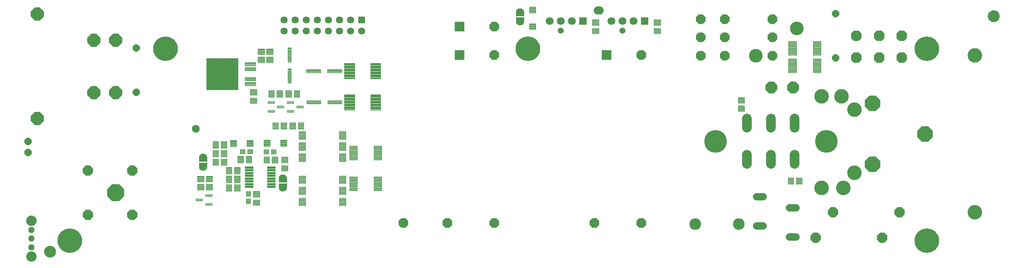
<source format=gts>
G75*
%MOIN*%
%OFA0B0*%
%FSLAX25Y25*%
%IPPOS*%
%LPD*%
%AMOC8*
5,1,8,0,0,1.08239X$1,22.5*
%
%ADD10C,0.13098*%
%ADD11C,0.00500*%
%ADD12OC8,0.09350*%
%ADD13C,0.10500*%
%ADD14C,0.06500*%
%ADD15OC8,0.06500*%
%ADD16C,0.00455*%
%ADD17C,0.00449*%
%ADD18C,0.00454*%
%ADD19OC8,0.10500*%
%ADD20OC8,0.08768*%
%ADD21C,0.12311*%
%ADD22OC8,0.13886*%
%ADD23OC8,0.11768*%
%ADD24C,0.20500*%
%ADD25OC8,0.09100*%
%ADD26OC8,0.15500*%
%ADD27C,0.08750*%
%ADD28C,0.00444*%
%ADD29R,0.07100X0.07100*%
%ADD30C,0.07100*%
%ADD31C,0.05421*%
%ADD32R,0.06406X0.06406*%
%ADD33C,0.06406*%
%ADD34C,0.00486*%
%ADD35OC8,0.06406*%
%ADD36OC8,0.09555*%
%ADD37OC8,0.06996*%
%ADD38C,0.00551*%
%ADD39C,0.00421*%
%ADD40C,0.00100*%
%ADD41R,0.08768X0.08768*%
%ADD42OC8,0.05224*%
%ADD43C,0.09358*%
%ADD44C,0.00455*%
%ADD45C,0.00285*%
%ADD46C,0.00382*%
%ADD47C,0.22154*%
D10*
X0835707Y0105795D03*
X0855392Y0105795D03*
X0865235Y0119575D03*
X0974054Y0083736D03*
X0865235Y0176661D03*
X0853424Y0188472D03*
X0835707Y0188472D03*
X0974054Y0225469D03*
D11*
X0988499Y0256571D02*
X0987785Y0257071D01*
X0987168Y0257688D01*
X0986669Y0258402D01*
X0986300Y0259191D01*
X0986075Y0260033D01*
X0985999Y0260902D01*
X0986075Y0261770D01*
X0986300Y0262612D01*
X0986669Y0263402D01*
X0987168Y0264116D01*
X0987785Y0264732D01*
X0988499Y0265232D01*
X0989289Y0265600D01*
X0990130Y0265826D01*
X0990999Y0265902D01*
X0991867Y0265826D01*
X0992709Y0265600D01*
X0993499Y0265232D01*
X0994213Y0264732D01*
X0994829Y0264116D01*
X0995329Y0263402D01*
X0995697Y0262612D01*
X0995923Y0261770D01*
X0995999Y0260902D01*
X0995923Y0260033D01*
X0995697Y0259191D01*
X0995329Y0258402D01*
X0994829Y0257688D01*
X0994213Y0257071D01*
X0993499Y0256571D01*
X0992709Y0256203D01*
X0991867Y0255978D01*
X0990999Y0255902D01*
X0990130Y0255978D01*
X0989289Y0256203D01*
X0988499Y0256571D01*
X0988124Y0256834D02*
X0993874Y0256834D01*
X0994474Y0257333D02*
X0987523Y0257333D01*
X0987068Y0257831D02*
X0994929Y0257831D01*
X0995278Y0258330D02*
X0986719Y0258330D01*
X0986470Y0258828D02*
X0995528Y0258828D01*
X0995733Y0259327D02*
X0986264Y0259327D01*
X0986130Y0259825D02*
X0995867Y0259825D01*
X0995948Y0260324D02*
X0986049Y0260324D01*
X0986006Y0260822D02*
X0995992Y0260822D01*
X0995962Y0261321D02*
X0986035Y0261321D01*
X0986088Y0261819D02*
X0995909Y0261819D01*
X0995776Y0262318D02*
X0986221Y0262318D01*
X0986396Y0262816D02*
X0995602Y0262816D01*
X0995369Y0263315D02*
X0986628Y0263315D01*
X0986957Y0263813D02*
X0995041Y0263813D01*
X0994633Y0264312D02*
X0987365Y0264312D01*
X0987897Y0264810D02*
X0994100Y0264810D01*
X0993333Y0265309D02*
X0988664Y0265309D01*
X0990062Y0265807D02*
X0991935Y0265807D01*
X0992993Y0256336D02*
X0989004Y0256336D01*
X0144332Y0049171D02*
X0144408Y0048303D01*
X0144332Y0047435D01*
X0144107Y0046593D01*
X0143738Y0045803D01*
X0143238Y0045089D01*
X0142622Y0044473D01*
X0141908Y0043973D01*
X0141118Y0043605D01*
X0140276Y0043379D01*
X0139408Y0043303D01*
X0138540Y0043379D01*
X0137698Y0043605D01*
X0136908Y0043973D01*
X0136194Y0044473D01*
X0135578Y0045089D01*
X0135078Y0045803D01*
X0134710Y0046593D01*
X0134484Y0047435D01*
X0134408Y0048303D01*
X0134484Y0049171D01*
X0134710Y0050013D01*
X0135078Y0050803D01*
X0135578Y0051517D01*
X0136194Y0052133D01*
X0136908Y0052633D01*
X0137698Y0053002D01*
X0138540Y0053227D01*
X0139408Y0053303D01*
X0140276Y0053227D01*
X0141118Y0053002D01*
X0141908Y0052633D01*
X0142622Y0052133D01*
X0143238Y0051517D01*
X0143738Y0050803D01*
X0144107Y0050013D01*
X0144332Y0049171D01*
X0144351Y0048955D02*
X0134465Y0048955D01*
X0134422Y0048456D02*
X0144395Y0048456D01*
X0144378Y0047958D02*
X0134438Y0047958D01*
X0134482Y0047459D02*
X0144334Y0047459D01*
X0144205Y0046961D02*
X0134611Y0046961D01*
X0134771Y0046462D02*
X0144046Y0046462D01*
X0143813Y0045964D02*
X0135003Y0045964D01*
X0135315Y0045465D02*
X0143502Y0045465D01*
X0143116Y0044967D02*
X0135700Y0044967D01*
X0136201Y0044468D02*
X0142615Y0044468D01*
X0141901Y0043970D02*
X0136915Y0043970D01*
X0138196Y0043471D02*
X0140620Y0043471D01*
X0144257Y0049453D02*
X0134560Y0049453D01*
X0134693Y0049952D02*
X0144123Y0049952D01*
X0143903Y0050450D02*
X0134914Y0050450D01*
X0135180Y0050949D02*
X0143636Y0050949D01*
X0143287Y0051447D02*
X0135529Y0051447D01*
X0136007Y0051946D02*
X0142809Y0051946D01*
X0142178Y0052444D02*
X0136639Y0052444D01*
X0137572Y0052943D02*
X0141244Y0052943D01*
D12*
X0830288Y0060742D03*
X0890288Y0060742D03*
X0905851Y0083992D03*
X0845851Y0083992D03*
D13*
X0761070Y0073211D03*
X0721699Y0073211D03*
D14*
X0777056Y0071461D02*
X0783056Y0071461D01*
X0806583Y0061461D02*
X0812583Y0061461D01*
X0812552Y0087742D02*
X0806552Y0087742D01*
X0783024Y0097742D02*
X0777024Y0097742D01*
D15*
X0848320Y0223242D03*
X0848320Y0263242D03*
X0217288Y0232274D03*
X0217288Y0192274D03*
D16*
X0409480Y0131170D02*
X0416612Y0131170D01*
X0409480Y0131170D02*
X0409480Y0143814D01*
X0416612Y0143814D01*
X0416612Y0131170D01*
X0416612Y0131624D02*
X0409480Y0131624D01*
X0409480Y0132078D02*
X0416612Y0132078D01*
X0416612Y0132532D02*
X0409480Y0132532D01*
X0409480Y0132986D02*
X0416612Y0132986D01*
X0416612Y0133440D02*
X0409480Y0133440D01*
X0409480Y0133894D02*
X0416612Y0133894D01*
X0416612Y0134348D02*
X0409480Y0134348D01*
X0409480Y0134802D02*
X0416612Y0134802D01*
X0416612Y0135256D02*
X0409480Y0135256D01*
X0409480Y0135710D02*
X0416612Y0135710D01*
X0416612Y0136164D02*
X0409480Y0136164D01*
X0409480Y0136618D02*
X0416612Y0136618D01*
X0416612Y0137072D02*
X0409480Y0137072D01*
X0409480Y0137526D02*
X0416612Y0137526D01*
X0416612Y0137980D02*
X0409480Y0137980D01*
X0409480Y0138434D02*
X0416612Y0138434D01*
X0416612Y0138888D02*
X0409480Y0138888D01*
X0409480Y0139342D02*
X0416612Y0139342D01*
X0416612Y0139796D02*
X0409480Y0139796D01*
X0409480Y0140250D02*
X0416612Y0140250D01*
X0416612Y0140704D02*
X0409480Y0140704D01*
X0409480Y0141158D02*
X0416612Y0141158D01*
X0416612Y0141612D02*
X0409480Y0141612D01*
X0409480Y0142066D02*
X0416612Y0142066D01*
X0416612Y0142520D02*
X0409480Y0142520D01*
X0409480Y0142974D02*
X0416612Y0142974D01*
X0416612Y0143428D02*
X0409480Y0143428D01*
X0431527Y0131170D02*
X0438659Y0131170D01*
X0431527Y0131170D02*
X0431527Y0143814D01*
X0438659Y0143814D01*
X0438659Y0131170D01*
X0438659Y0131624D02*
X0431527Y0131624D01*
X0431527Y0132078D02*
X0438659Y0132078D01*
X0438659Y0132532D02*
X0431527Y0132532D01*
X0431527Y0132986D02*
X0438659Y0132986D01*
X0438659Y0133440D02*
X0431527Y0133440D01*
X0431527Y0133894D02*
X0438659Y0133894D01*
X0438659Y0134348D02*
X0431527Y0134348D01*
X0431527Y0134802D02*
X0438659Y0134802D01*
X0438659Y0135256D02*
X0431527Y0135256D01*
X0431527Y0135710D02*
X0438659Y0135710D01*
X0438659Y0136164D02*
X0431527Y0136164D01*
X0431527Y0136618D02*
X0438659Y0136618D01*
X0438659Y0137072D02*
X0431527Y0137072D01*
X0431527Y0137526D02*
X0438659Y0137526D01*
X0438659Y0137980D02*
X0431527Y0137980D01*
X0431527Y0138434D02*
X0438659Y0138434D01*
X0438659Y0138888D02*
X0431527Y0138888D01*
X0431527Y0139342D02*
X0438659Y0139342D01*
X0438659Y0139796D02*
X0431527Y0139796D01*
X0431527Y0140250D02*
X0438659Y0140250D01*
X0438659Y0140704D02*
X0431527Y0140704D01*
X0431527Y0141158D02*
X0438659Y0141158D01*
X0438659Y0141612D02*
X0431527Y0141612D01*
X0431527Y0142066D02*
X0438659Y0142066D01*
X0438659Y0142520D02*
X0431527Y0142520D01*
X0431527Y0142974D02*
X0438659Y0142974D01*
X0438659Y0143428D02*
X0431527Y0143428D01*
X0431527Y0103420D02*
X0438659Y0103420D01*
X0431527Y0103420D02*
X0431527Y0116064D01*
X0438659Y0116064D01*
X0438659Y0103420D01*
X0438659Y0103874D02*
X0431527Y0103874D01*
X0431527Y0104328D02*
X0438659Y0104328D01*
X0438659Y0104782D02*
X0431527Y0104782D01*
X0431527Y0105236D02*
X0438659Y0105236D01*
X0438659Y0105690D02*
X0431527Y0105690D01*
X0431527Y0106144D02*
X0438659Y0106144D01*
X0438659Y0106598D02*
X0431527Y0106598D01*
X0431527Y0107052D02*
X0438659Y0107052D01*
X0438659Y0107506D02*
X0431527Y0107506D01*
X0431527Y0107960D02*
X0438659Y0107960D01*
X0438659Y0108414D02*
X0431527Y0108414D01*
X0431527Y0108868D02*
X0438659Y0108868D01*
X0438659Y0109322D02*
X0431527Y0109322D01*
X0431527Y0109776D02*
X0438659Y0109776D01*
X0438659Y0110230D02*
X0431527Y0110230D01*
X0431527Y0110684D02*
X0438659Y0110684D01*
X0438659Y0111138D02*
X0431527Y0111138D01*
X0431527Y0111592D02*
X0438659Y0111592D01*
X0438659Y0112046D02*
X0431527Y0112046D01*
X0431527Y0112500D02*
X0438659Y0112500D01*
X0438659Y0112954D02*
X0431527Y0112954D01*
X0431527Y0113408D02*
X0438659Y0113408D01*
X0438659Y0113862D02*
X0431527Y0113862D01*
X0431527Y0114316D02*
X0438659Y0114316D01*
X0438659Y0114770D02*
X0431527Y0114770D01*
X0431527Y0115224D02*
X0438659Y0115224D01*
X0438659Y0115678D02*
X0431527Y0115678D01*
X0416612Y0103420D02*
X0409480Y0103420D01*
X0409480Y0116064D01*
X0416612Y0116064D01*
X0416612Y0103420D01*
X0416612Y0103874D02*
X0409480Y0103874D01*
X0409480Y0104328D02*
X0416612Y0104328D01*
X0416612Y0104782D02*
X0409480Y0104782D01*
X0409480Y0105236D02*
X0416612Y0105236D01*
X0416612Y0105690D02*
X0409480Y0105690D01*
X0409480Y0106144D02*
X0416612Y0106144D01*
X0416612Y0106598D02*
X0409480Y0106598D01*
X0409480Y0107052D02*
X0416612Y0107052D01*
X0416612Y0107506D02*
X0409480Y0107506D01*
X0409480Y0107960D02*
X0416612Y0107960D01*
X0416612Y0108414D02*
X0409480Y0108414D01*
X0409480Y0108868D02*
X0416612Y0108868D01*
X0416612Y0109322D02*
X0409480Y0109322D01*
X0409480Y0109776D02*
X0416612Y0109776D01*
X0416612Y0110230D02*
X0409480Y0110230D01*
X0409480Y0110684D02*
X0416612Y0110684D01*
X0416612Y0111138D02*
X0409480Y0111138D01*
X0409480Y0111592D02*
X0416612Y0111592D01*
X0416612Y0112046D02*
X0409480Y0112046D01*
X0409480Y0112500D02*
X0416612Y0112500D01*
X0416612Y0112954D02*
X0409480Y0112954D01*
X0409480Y0113408D02*
X0416612Y0113408D01*
X0416612Y0113862D02*
X0409480Y0113862D01*
X0409480Y0114316D02*
X0416612Y0114316D01*
X0416612Y0114770D02*
X0409480Y0114770D01*
X0409480Y0115224D02*
X0416612Y0115224D01*
X0416612Y0115678D02*
X0409480Y0115678D01*
X0805730Y0209920D02*
X0812862Y0209920D01*
X0805730Y0209920D02*
X0805730Y0222564D01*
X0812862Y0222564D01*
X0812862Y0209920D01*
X0812862Y0210374D02*
X0805730Y0210374D01*
X0805730Y0210828D02*
X0812862Y0210828D01*
X0812862Y0211282D02*
X0805730Y0211282D01*
X0805730Y0211736D02*
X0812862Y0211736D01*
X0812862Y0212190D02*
X0805730Y0212190D01*
X0805730Y0212644D02*
X0812862Y0212644D01*
X0812862Y0213098D02*
X0805730Y0213098D01*
X0805730Y0213552D02*
X0812862Y0213552D01*
X0812862Y0214006D02*
X0805730Y0214006D01*
X0805730Y0214460D02*
X0812862Y0214460D01*
X0812862Y0214914D02*
X0805730Y0214914D01*
X0805730Y0215368D02*
X0812862Y0215368D01*
X0812862Y0215822D02*
X0805730Y0215822D01*
X0805730Y0216276D02*
X0812862Y0216276D01*
X0812862Y0216730D02*
X0805730Y0216730D01*
X0805730Y0217184D02*
X0812862Y0217184D01*
X0812862Y0217638D02*
X0805730Y0217638D01*
X0805730Y0218092D02*
X0812862Y0218092D01*
X0812862Y0218546D02*
X0805730Y0218546D01*
X0805730Y0219000D02*
X0812862Y0219000D01*
X0812862Y0219454D02*
X0805730Y0219454D01*
X0805730Y0219908D02*
X0812862Y0219908D01*
X0812862Y0220362D02*
X0805730Y0220362D01*
X0805730Y0220816D02*
X0812862Y0220816D01*
X0812862Y0221270D02*
X0805730Y0221270D01*
X0805730Y0221724D02*
X0812862Y0221724D01*
X0812862Y0222178D02*
X0805730Y0222178D01*
X0827777Y0209920D02*
X0834909Y0209920D01*
X0827777Y0209920D02*
X0827777Y0222564D01*
X0834909Y0222564D01*
X0834909Y0209920D01*
X0834909Y0210374D02*
X0827777Y0210374D01*
X0827777Y0210828D02*
X0834909Y0210828D01*
X0834909Y0211282D02*
X0827777Y0211282D01*
X0827777Y0211736D02*
X0834909Y0211736D01*
X0834909Y0212190D02*
X0827777Y0212190D01*
X0827777Y0212644D02*
X0834909Y0212644D01*
X0834909Y0213098D02*
X0827777Y0213098D01*
X0827777Y0213552D02*
X0834909Y0213552D01*
X0834909Y0214006D02*
X0827777Y0214006D01*
X0827777Y0214460D02*
X0834909Y0214460D01*
X0834909Y0214914D02*
X0827777Y0214914D01*
X0827777Y0215368D02*
X0834909Y0215368D01*
X0834909Y0215822D02*
X0827777Y0215822D01*
X0827777Y0216276D02*
X0834909Y0216276D01*
X0834909Y0216730D02*
X0827777Y0216730D01*
X0827777Y0217184D02*
X0834909Y0217184D01*
X0834909Y0217638D02*
X0827777Y0217638D01*
X0827777Y0218092D02*
X0834909Y0218092D01*
X0834909Y0218546D02*
X0827777Y0218546D01*
X0827777Y0219000D02*
X0834909Y0219000D01*
X0834909Y0219454D02*
X0827777Y0219454D01*
X0827777Y0219908D02*
X0834909Y0219908D01*
X0834909Y0220362D02*
X0827777Y0220362D01*
X0827777Y0220816D02*
X0834909Y0220816D01*
X0834909Y0221270D02*
X0827777Y0221270D01*
X0827777Y0221724D02*
X0834909Y0221724D01*
X0834909Y0222178D02*
X0827777Y0222178D01*
X0827777Y0225670D02*
X0834909Y0225670D01*
X0827777Y0225670D02*
X0827777Y0238314D01*
X0834909Y0238314D01*
X0834909Y0225670D01*
X0834909Y0226124D02*
X0827777Y0226124D01*
X0827777Y0226578D02*
X0834909Y0226578D01*
X0834909Y0227032D02*
X0827777Y0227032D01*
X0827777Y0227486D02*
X0834909Y0227486D01*
X0834909Y0227940D02*
X0827777Y0227940D01*
X0827777Y0228394D02*
X0834909Y0228394D01*
X0834909Y0228848D02*
X0827777Y0228848D01*
X0827777Y0229302D02*
X0834909Y0229302D01*
X0834909Y0229756D02*
X0827777Y0229756D01*
X0827777Y0230210D02*
X0834909Y0230210D01*
X0834909Y0230664D02*
X0827777Y0230664D01*
X0827777Y0231118D02*
X0834909Y0231118D01*
X0834909Y0231572D02*
X0827777Y0231572D01*
X0827777Y0232026D02*
X0834909Y0232026D01*
X0834909Y0232480D02*
X0827777Y0232480D01*
X0827777Y0232934D02*
X0834909Y0232934D01*
X0834909Y0233388D02*
X0827777Y0233388D01*
X0827777Y0233842D02*
X0834909Y0233842D01*
X0834909Y0234296D02*
X0827777Y0234296D01*
X0827777Y0234750D02*
X0834909Y0234750D01*
X0834909Y0235204D02*
X0827777Y0235204D01*
X0827777Y0235658D02*
X0834909Y0235658D01*
X0834909Y0236112D02*
X0827777Y0236112D01*
X0827777Y0236566D02*
X0834909Y0236566D01*
X0834909Y0237020D02*
X0827777Y0237020D01*
X0827777Y0237474D02*
X0834909Y0237474D01*
X0834909Y0237928D02*
X0827777Y0237928D01*
X0812862Y0225670D02*
X0805730Y0225670D01*
X0805730Y0238314D01*
X0812862Y0238314D01*
X0812862Y0225670D01*
X0812862Y0226124D02*
X0805730Y0226124D01*
X0805730Y0226578D02*
X0812862Y0226578D01*
X0812862Y0227032D02*
X0805730Y0227032D01*
X0805730Y0227486D02*
X0812862Y0227486D01*
X0812862Y0227940D02*
X0805730Y0227940D01*
X0805730Y0228394D02*
X0812862Y0228394D01*
X0812862Y0228848D02*
X0805730Y0228848D01*
X0805730Y0229302D02*
X0812862Y0229302D01*
X0812862Y0229756D02*
X0805730Y0229756D01*
X0805730Y0230210D02*
X0812862Y0230210D01*
X0812862Y0230664D02*
X0805730Y0230664D01*
X0805730Y0231118D02*
X0812862Y0231118D01*
X0812862Y0231572D02*
X0805730Y0231572D01*
X0805730Y0232026D02*
X0812862Y0232026D01*
X0812862Y0232480D02*
X0805730Y0232480D01*
X0805730Y0232934D02*
X0812862Y0232934D01*
X0812862Y0233388D02*
X0805730Y0233388D01*
X0805730Y0233842D02*
X0812862Y0233842D01*
X0812862Y0234296D02*
X0805730Y0234296D01*
X0805730Y0234750D02*
X0812862Y0234750D01*
X0812862Y0235204D02*
X0805730Y0235204D01*
X0805730Y0235658D02*
X0812862Y0235658D01*
X0812862Y0236112D02*
X0805730Y0236112D01*
X0805730Y0236566D02*
X0812862Y0236566D01*
X0812862Y0237020D02*
X0805730Y0237020D01*
X0805730Y0237474D02*
X0812862Y0237474D01*
X0812862Y0237928D02*
X0805730Y0237928D01*
D17*
X0690299Y0245167D02*
X0690299Y0250337D01*
X0690299Y0245167D02*
X0684341Y0245167D01*
X0684341Y0250337D01*
X0690299Y0250337D01*
X0690299Y0245615D02*
X0684341Y0245615D01*
X0684341Y0246063D02*
X0690299Y0246063D01*
X0690299Y0246511D02*
X0684341Y0246511D01*
X0684341Y0246959D02*
X0690299Y0246959D01*
X0690299Y0247407D02*
X0684341Y0247407D01*
X0684341Y0247855D02*
X0690299Y0247855D01*
X0690299Y0248303D02*
X0684341Y0248303D01*
X0684341Y0248751D02*
X0690299Y0248751D01*
X0690299Y0249199D02*
X0684341Y0249199D01*
X0684341Y0249647D02*
X0690299Y0249647D01*
X0690299Y0250095D02*
X0684341Y0250095D01*
X0690299Y0252647D02*
X0690299Y0257817D01*
X0690299Y0252647D02*
X0684341Y0252647D01*
X0684341Y0257817D01*
X0690299Y0257817D01*
X0690299Y0253095D02*
X0684341Y0253095D01*
X0684341Y0253543D02*
X0690299Y0253543D01*
X0690299Y0253991D02*
X0684341Y0253991D01*
X0684341Y0254439D02*
X0690299Y0254439D01*
X0690299Y0254887D02*
X0684341Y0254887D01*
X0684341Y0255335D02*
X0690299Y0255335D01*
X0690299Y0255783D02*
X0684341Y0255783D01*
X0684341Y0256231D02*
X0690299Y0256231D01*
X0690299Y0256679D02*
X0684341Y0256679D01*
X0684341Y0257127D02*
X0690299Y0257127D01*
X0690299Y0257575D02*
X0684341Y0257575D01*
X0634549Y0257817D02*
X0634549Y0252647D01*
X0628591Y0252647D01*
X0628591Y0257817D01*
X0634549Y0257817D01*
X0634549Y0253095D02*
X0628591Y0253095D01*
X0628591Y0253543D02*
X0634549Y0253543D01*
X0634549Y0253991D02*
X0628591Y0253991D01*
X0628591Y0254439D02*
X0634549Y0254439D01*
X0634549Y0254887D02*
X0628591Y0254887D01*
X0628591Y0255335D02*
X0634549Y0255335D01*
X0634549Y0255783D02*
X0628591Y0255783D01*
X0628591Y0256231D02*
X0634549Y0256231D01*
X0634549Y0256679D02*
X0628591Y0256679D01*
X0628591Y0257127D02*
X0634549Y0257127D01*
X0634549Y0257575D02*
X0628591Y0257575D01*
X0634549Y0250337D02*
X0634549Y0245167D01*
X0628591Y0245167D01*
X0628591Y0250337D01*
X0634549Y0250337D01*
X0634549Y0245615D02*
X0628591Y0245615D01*
X0628591Y0246063D02*
X0634549Y0246063D01*
X0634549Y0246511D02*
X0628591Y0246511D01*
X0628591Y0246959D02*
X0634549Y0246959D01*
X0634549Y0247407D02*
X0628591Y0247407D01*
X0628591Y0247855D02*
X0634549Y0247855D01*
X0634549Y0248303D02*
X0628591Y0248303D01*
X0628591Y0248751D02*
X0634549Y0248751D01*
X0634549Y0249199D02*
X0628591Y0249199D01*
X0628591Y0249647D02*
X0634549Y0249647D01*
X0634549Y0250095D02*
X0628591Y0250095D01*
X0766049Y0187567D02*
X0766049Y0182397D01*
X0760091Y0182397D01*
X0760091Y0187567D01*
X0766049Y0187567D01*
X0766049Y0182845D02*
X0760091Y0182845D01*
X0760091Y0183293D02*
X0766049Y0183293D01*
X0766049Y0183741D02*
X0760091Y0183741D01*
X0760091Y0184189D02*
X0766049Y0184189D01*
X0766049Y0184637D02*
X0760091Y0184637D01*
X0760091Y0185085D02*
X0766049Y0185085D01*
X0766049Y0185533D02*
X0760091Y0185533D01*
X0760091Y0185981D02*
X0766049Y0185981D01*
X0766049Y0186429D02*
X0760091Y0186429D01*
X0760091Y0186877D02*
X0766049Y0186877D01*
X0766049Y0187325D02*
X0760091Y0187325D01*
X0766049Y0180087D02*
X0766049Y0174917D01*
X0760091Y0174917D01*
X0760091Y0180087D01*
X0766049Y0180087D01*
X0766049Y0175365D02*
X0760091Y0175365D01*
X0760091Y0175813D02*
X0766049Y0175813D01*
X0766049Y0176261D02*
X0760091Y0176261D01*
X0760091Y0176709D02*
X0766049Y0176709D01*
X0766049Y0177157D02*
X0760091Y0177157D01*
X0760091Y0177605D02*
X0766049Y0177605D01*
X0766049Y0178053D02*
X0760091Y0178053D01*
X0760091Y0178501D02*
X0766049Y0178501D01*
X0766049Y0178949D02*
X0760091Y0178949D01*
X0760091Y0179397D02*
X0766049Y0179397D01*
X0766049Y0179845D02*
X0760091Y0179845D01*
X0805244Y0115221D02*
X0810414Y0115221D01*
X0810414Y0109263D01*
X0805244Y0109263D01*
X0805244Y0115221D01*
X0805244Y0109711D02*
X0810414Y0109711D01*
X0810414Y0110159D02*
X0805244Y0110159D01*
X0805244Y0110607D02*
X0810414Y0110607D01*
X0810414Y0111055D02*
X0805244Y0111055D01*
X0805244Y0111503D02*
X0810414Y0111503D01*
X0810414Y0111951D02*
X0805244Y0111951D01*
X0805244Y0112399D02*
X0810414Y0112399D01*
X0810414Y0112847D02*
X0805244Y0112847D01*
X0805244Y0113295D02*
X0810414Y0113295D01*
X0810414Y0113743D02*
X0805244Y0113743D01*
X0805244Y0114191D02*
X0810414Y0114191D01*
X0810414Y0114639D02*
X0805244Y0114639D01*
X0805244Y0115087D02*
X0810414Y0115087D01*
X0812725Y0115221D02*
X0817895Y0115221D01*
X0817895Y0109263D01*
X0812725Y0109263D01*
X0812725Y0115221D01*
X0812725Y0109711D02*
X0817895Y0109711D01*
X0817895Y0110159D02*
X0812725Y0110159D01*
X0812725Y0110607D02*
X0817895Y0110607D01*
X0817895Y0111055D02*
X0812725Y0111055D01*
X0812725Y0111503D02*
X0817895Y0111503D01*
X0817895Y0111951D02*
X0812725Y0111951D01*
X0812725Y0112399D02*
X0817895Y0112399D01*
X0817895Y0112847D02*
X0812725Y0112847D01*
X0812725Y0113295D02*
X0817895Y0113295D01*
X0817895Y0113743D02*
X0812725Y0113743D01*
X0812725Y0114191D02*
X0817895Y0114191D01*
X0817895Y0114639D02*
X0812725Y0114639D01*
X0812725Y0115087D02*
X0817895Y0115087D01*
X0368395Y0159013D02*
X0363225Y0159013D01*
X0363225Y0164971D01*
X0368395Y0164971D01*
X0368395Y0159013D01*
X0368395Y0159461D02*
X0363225Y0159461D01*
X0363225Y0159909D02*
X0368395Y0159909D01*
X0368395Y0160357D02*
X0363225Y0160357D01*
X0363225Y0160805D02*
X0368395Y0160805D01*
X0368395Y0161253D02*
X0363225Y0161253D01*
X0363225Y0161701D02*
X0368395Y0161701D01*
X0368395Y0162149D02*
X0363225Y0162149D01*
X0363225Y0162597D02*
X0368395Y0162597D01*
X0368395Y0163045D02*
X0363225Y0163045D01*
X0363225Y0163493D02*
X0368395Y0163493D01*
X0368395Y0163941D02*
X0363225Y0163941D01*
X0363225Y0164389D02*
X0368395Y0164389D01*
X0368395Y0164837D02*
X0363225Y0164837D01*
X0360914Y0159013D02*
X0355744Y0159013D01*
X0355744Y0164971D01*
X0360914Y0164971D01*
X0360914Y0159013D01*
X0360914Y0159461D02*
X0355744Y0159461D01*
X0355744Y0159909D02*
X0360914Y0159909D01*
X0360914Y0160357D02*
X0355744Y0160357D01*
X0355744Y0160805D02*
X0360914Y0160805D01*
X0360914Y0161253D02*
X0355744Y0161253D01*
X0355744Y0161701D02*
X0360914Y0161701D01*
X0360914Y0162149D02*
X0355744Y0162149D01*
X0355744Y0162597D02*
X0360914Y0162597D01*
X0360914Y0163045D02*
X0355744Y0163045D01*
X0355744Y0163493D02*
X0360914Y0163493D01*
X0360914Y0163941D02*
X0355744Y0163941D01*
X0355744Y0164389D02*
X0360914Y0164389D01*
X0360914Y0164837D02*
X0355744Y0164837D01*
X0352895Y0164971D02*
X0347725Y0164971D01*
X0352895Y0164971D02*
X0352895Y0159013D01*
X0347725Y0159013D01*
X0347725Y0164971D01*
X0347725Y0159461D02*
X0352895Y0159461D01*
X0352895Y0159909D02*
X0347725Y0159909D01*
X0347725Y0160357D02*
X0352895Y0160357D01*
X0352895Y0160805D02*
X0347725Y0160805D01*
X0347725Y0161253D02*
X0352895Y0161253D01*
X0352895Y0161701D02*
X0347725Y0161701D01*
X0347725Y0162149D02*
X0352895Y0162149D01*
X0352895Y0162597D02*
X0347725Y0162597D01*
X0347725Y0163045D02*
X0352895Y0163045D01*
X0352895Y0163493D02*
X0347725Y0163493D01*
X0347725Y0163941D02*
X0352895Y0163941D01*
X0352895Y0164389D02*
X0347725Y0164389D01*
X0347725Y0164837D02*
X0352895Y0164837D01*
X0345414Y0164971D02*
X0340244Y0164971D01*
X0345414Y0164971D02*
X0345414Y0159013D01*
X0340244Y0159013D01*
X0340244Y0164971D01*
X0340244Y0159461D02*
X0345414Y0159461D01*
X0345414Y0159909D02*
X0340244Y0159909D01*
X0340244Y0160357D02*
X0345414Y0160357D01*
X0345414Y0160805D02*
X0340244Y0160805D01*
X0340244Y0161253D02*
X0345414Y0161253D01*
X0345414Y0161701D02*
X0340244Y0161701D01*
X0340244Y0162149D02*
X0345414Y0162149D01*
X0345414Y0162597D02*
X0340244Y0162597D01*
X0340244Y0163045D02*
X0345414Y0163045D01*
X0345414Y0163493D02*
X0340244Y0163493D01*
X0340244Y0163941D02*
X0345414Y0163941D01*
X0345414Y0164389D02*
X0340244Y0164389D01*
X0340244Y0164837D02*
X0345414Y0164837D01*
X0319841Y0182167D02*
X0319841Y0187337D01*
X0325799Y0187337D01*
X0325799Y0182167D01*
X0319841Y0182167D01*
X0319841Y0182615D02*
X0325799Y0182615D01*
X0325799Y0183063D02*
X0319841Y0183063D01*
X0319841Y0183511D02*
X0325799Y0183511D01*
X0325799Y0183959D02*
X0319841Y0183959D01*
X0319841Y0184407D02*
X0325799Y0184407D01*
X0325799Y0184855D02*
X0319841Y0184855D01*
X0319841Y0185303D02*
X0325799Y0185303D01*
X0325799Y0185751D02*
X0319841Y0185751D01*
X0319841Y0186199D02*
X0325799Y0186199D01*
X0325799Y0186647D02*
X0319841Y0186647D01*
X0319841Y0187095D02*
X0325799Y0187095D01*
X0319841Y0189647D02*
X0319841Y0194817D01*
X0325799Y0194817D01*
X0325799Y0189647D01*
X0319841Y0189647D01*
X0319841Y0190095D02*
X0325799Y0190095D01*
X0325799Y0190543D02*
X0319841Y0190543D01*
X0319841Y0190991D02*
X0325799Y0190991D01*
X0325799Y0191439D02*
X0319841Y0191439D01*
X0319841Y0191887D02*
X0325799Y0191887D01*
X0325799Y0192335D02*
X0319841Y0192335D01*
X0319841Y0192783D02*
X0325799Y0192783D01*
X0325799Y0193231D02*
X0319841Y0193231D01*
X0319841Y0193679D02*
X0325799Y0193679D01*
X0325799Y0194127D02*
X0319841Y0194127D01*
X0319841Y0194575D02*
X0325799Y0194575D01*
X0336494Y0193721D02*
X0341664Y0193721D01*
X0341664Y0187763D01*
X0336494Y0187763D01*
X0336494Y0193721D01*
X0336494Y0188211D02*
X0341664Y0188211D01*
X0341664Y0188659D02*
X0336494Y0188659D01*
X0336494Y0189107D02*
X0341664Y0189107D01*
X0341664Y0189555D02*
X0336494Y0189555D01*
X0336494Y0190003D02*
X0341664Y0190003D01*
X0341664Y0190451D02*
X0336494Y0190451D01*
X0336494Y0190899D02*
X0341664Y0190899D01*
X0341664Y0191347D02*
X0336494Y0191347D01*
X0336494Y0191795D02*
X0341664Y0191795D01*
X0341664Y0192243D02*
X0336494Y0192243D01*
X0336494Y0192691D02*
X0341664Y0192691D01*
X0341664Y0193139D02*
X0336494Y0193139D01*
X0336494Y0193587D02*
X0341664Y0193587D01*
X0343975Y0193721D02*
X0349145Y0193721D01*
X0349145Y0187763D01*
X0343975Y0187763D01*
X0343975Y0193721D01*
X0343975Y0188211D02*
X0349145Y0188211D01*
X0349145Y0188659D02*
X0343975Y0188659D01*
X0343975Y0189107D02*
X0349145Y0189107D01*
X0349145Y0189555D02*
X0343975Y0189555D01*
X0343975Y0190003D02*
X0349145Y0190003D01*
X0349145Y0190451D02*
X0343975Y0190451D01*
X0343975Y0190899D02*
X0349145Y0190899D01*
X0349145Y0191347D02*
X0343975Y0191347D01*
X0343975Y0191795D02*
X0349145Y0191795D01*
X0349145Y0192243D02*
X0343975Y0192243D01*
X0343975Y0192691D02*
X0349145Y0192691D01*
X0349145Y0193139D02*
X0343975Y0193139D01*
X0343975Y0193587D02*
X0349145Y0193587D01*
X0351994Y0187763D02*
X0357164Y0187763D01*
X0351994Y0187763D02*
X0351994Y0193721D01*
X0357164Y0193721D01*
X0357164Y0187763D01*
X0357164Y0188211D02*
X0351994Y0188211D01*
X0351994Y0188659D02*
X0357164Y0188659D01*
X0357164Y0189107D02*
X0351994Y0189107D01*
X0351994Y0189555D02*
X0357164Y0189555D01*
X0357164Y0190003D02*
X0351994Y0190003D01*
X0351994Y0190451D02*
X0357164Y0190451D01*
X0357164Y0190899D02*
X0351994Y0190899D01*
X0351994Y0191347D02*
X0357164Y0191347D01*
X0357164Y0191795D02*
X0351994Y0191795D01*
X0351994Y0192243D02*
X0357164Y0192243D01*
X0357164Y0192691D02*
X0351994Y0192691D01*
X0351994Y0193139D02*
X0357164Y0193139D01*
X0357164Y0193587D02*
X0351994Y0193587D01*
X0359475Y0187763D02*
X0364645Y0187763D01*
X0359475Y0187763D02*
X0359475Y0193721D01*
X0364645Y0193721D01*
X0364645Y0187763D01*
X0364645Y0188211D02*
X0359475Y0188211D01*
X0359475Y0188659D02*
X0364645Y0188659D01*
X0364645Y0189107D02*
X0359475Y0189107D01*
X0359475Y0189555D02*
X0364645Y0189555D01*
X0364645Y0190003D02*
X0359475Y0190003D01*
X0359475Y0190451D02*
X0364645Y0190451D01*
X0364645Y0190899D02*
X0359475Y0190899D01*
X0359475Y0191347D02*
X0364645Y0191347D01*
X0364645Y0191795D02*
X0359475Y0191795D01*
X0359475Y0192243D02*
X0364645Y0192243D01*
X0364645Y0192691D02*
X0359475Y0192691D01*
X0359475Y0193139D02*
X0364645Y0193139D01*
X0364645Y0193587D02*
X0359475Y0193587D01*
X0340549Y0218917D02*
X0340549Y0224087D01*
X0340549Y0218917D02*
X0334591Y0218917D01*
X0334591Y0224087D01*
X0340549Y0224087D01*
X0340549Y0219365D02*
X0334591Y0219365D01*
X0334591Y0219813D02*
X0340549Y0219813D01*
X0340549Y0220261D02*
X0334591Y0220261D01*
X0334591Y0220709D02*
X0340549Y0220709D01*
X0340549Y0221157D02*
X0334591Y0221157D01*
X0334591Y0221605D02*
X0340549Y0221605D01*
X0340549Y0222053D02*
X0334591Y0222053D01*
X0334591Y0222501D02*
X0340549Y0222501D01*
X0340549Y0222949D02*
X0334591Y0222949D01*
X0334591Y0223397D02*
X0340549Y0223397D01*
X0340549Y0223845D02*
X0334591Y0223845D01*
X0332799Y0224087D02*
X0332799Y0218917D01*
X0326841Y0218917D01*
X0326841Y0224087D01*
X0332799Y0224087D01*
X0332799Y0219365D02*
X0326841Y0219365D01*
X0326841Y0219813D02*
X0332799Y0219813D01*
X0332799Y0220261D02*
X0326841Y0220261D01*
X0326841Y0220709D02*
X0332799Y0220709D01*
X0332799Y0221157D02*
X0326841Y0221157D01*
X0326841Y0221605D02*
X0332799Y0221605D01*
X0332799Y0222053D02*
X0326841Y0222053D01*
X0326841Y0222501D02*
X0332799Y0222501D01*
X0332799Y0222949D02*
X0326841Y0222949D01*
X0326841Y0223397D02*
X0332799Y0223397D01*
X0332799Y0223845D02*
X0326841Y0223845D01*
X0332799Y0226397D02*
X0332799Y0231567D01*
X0332799Y0226397D02*
X0326841Y0226397D01*
X0326841Y0231567D01*
X0332799Y0231567D01*
X0332799Y0226845D02*
X0326841Y0226845D01*
X0326841Y0227293D02*
X0332799Y0227293D01*
X0332799Y0227741D02*
X0326841Y0227741D01*
X0326841Y0228189D02*
X0332799Y0228189D01*
X0332799Y0228637D02*
X0326841Y0228637D01*
X0326841Y0229085D02*
X0332799Y0229085D01*
X0332799Y0229533D02*
X0326841Y0229533D01*
X0326841Y0229981D02*
X0332799Y0229981D01*
X0332799Y0230429D02*
X0326841Y0230429D01*
X0326841Y0230877D02*
X0332799Y0230877D01*
X0332799Y0231325D02*
X0326841Y0231325D01*
X0340549Y0231567D02*
X0340549Y0226397D01*
X0334591Y0226397D01*
X0334591Y0231567D01*
X0340549Y0231567D01*
X0340549Y0226845D02*
X0334591Y0226845D01*
X0334591Y0227293D02*
X0340549Y0227293D01*
X0340549Y0227741D02*
X0334591Y0227741D01*
X0334591Y0228189D02*
X0340549Y0228189D01*
X0340549Y0228637D02*
X0334591Y0228637D01*
X0334591Y0229085D02*
X0340549Y0229085D01*
X0340549Y0229533D02*
X0334591Y0229533D01*
X0334591Y0229981D02*
X0340549Y0229981D01*
X0340549Y0230429D02*
X0334591Y0230429D01*
X0334591Y0230877D02*
X0340549Y0230877D01*
X0340549Y0231325D02*
X0334591Y0231325D01*
X0298895Y0147721D02*
X0293725Y0147721D01*
X0298895Y0147721D02*
X0298895Y0141763D01*
X0293725Y0141763D01*
X0293725Y0147721D01*
X0293725Y0142211D02*
X0298895Y0142211D01*
X0298895Y0142659D02*
X0293725Y0142659D01*
X0293725Y0143107D02*
X0298895Y0143107D01*
X0298895Y0143555D02*
X0293725Y0143555D01*
X0293725Y0144003D02*
X0298895Y0144003D01*
X0298895Y0144451D02*
X0293725Y0144451D01*
X0293725Y0144899D02*
X0298895Y0144899D01*
X0298895Y0145347D02*
X0293725Y0145347D01*
X0293725Y0145795D02*
X0298895Y0145795D01*
X0298895Y0146243D02*
X0293725Y0146243D01*
X0293725Y0146691D02*
X0298895Y0146691D01*
X0298895Y0147139D02*
X0293725Y0147139D01*
X0293725Y0147587D02*
X0298895Y0147587D01*
X0291414Y0147721D02*
X0286244Y0147721D01*
X0291414Y0147721D02*
X0291414Y0141763D01*
X0286244Y0141763D01*
X0286244Y0147721D01*
X0286244Y0142211D02*
X0291414Y0142211D01*
X0291414Y0142659D02*
X0286244Y0142659D01*
X0286244Y0143107D02*
X0291414Y0143107D01*
X0291414Y0143555D02*
X0286244Y0143555D01*
X0286244Y0144003D02*
X0291414Y0144003D01*
X0291414Y0144451D02*
X0286244Y0144451D01*
X0286244Y0144899D02*
X0291414Y0144899D01*
X0291414Y0145347D02*
X0286244Y0145347D01*
X0286244Y0145795D02*
X0291414Y0145795D01*
X0291414Y0146243D02*
X0286244Y0146243D01*
X0286244Y0146691D02*
X0291414Y0146691D01*
X0291414Y0147139D02*
X0286244Y0147139D01*
X0286244Y0147587D02*
X0291414Y0147587D01*
X0291414Y0134013D02*
X0286244Y0134013D01*
X0286244Y0139971D01*
X0291414Y0139971D01*
X0291414Y0134013D01*
X0291414Y0134461D02*
X0286244Y0134461D01*
X0286244Y0134909D02*
X0291414Y0134909D01*
X0291414Y0135357D02*
X0286244Y0135357D01*
X0286244Y0135805D02*
X0291414Y0135805D01*
X0291414Y0136253D02*
X0286244Y0136253D01*
X0286244Y0136701D02*
X0291414Y0136701D01*
X0291414Y0137149D02*
X0286244Y0137149D01*
X0286244Y0137597D02*
X0291414Y0137597D01*
X0291414Y0138045D02*
X0286244Y0138045D01*
X0286244Y0138493D02*
X0291414Y0138493D01*
X0291414Y0138941D02*
X0286244Y0138941D01*
X0286244Y0139389D02*
X0291414Y0139389D01*
X0291414Y0139837D02*
X0286244Y0139837D01*
X0293725Y0134013D02*
X0298895Y0134013D01*
X0293725Y0134013D02*
X0293725Y0139971D01*
X0298895Y0139971D01*
X0298895Y0134013D01*
X0298895Y0134461D02*
X0293725Y0134461D01*
X0293725Y0134909D02*
X0298895Y0134909D01*
X0298895Y0135357D02*
X0293725Y0135357D01*
X0293725Y0135805D02*
X0298895Y0135805D01*
X0298895Y0136253D02*
X0293725Y0136253D01*
X0293725Y0136701D02*
X0298895Y0136701D01*
X0298895Y0137149D02*
X0293725Y0137149D01*
X0293725Y0137597D02*
X0298895Y0137597D01*
X0298895Y0138045D02*
X0293725Y0138045D01*
X0293725Y0138493D02*
X0298895Y0138493D01*
X0298895Y0138941D02*
X0293725Y0138941D01*
X0293725Y0139389D02*
X0298895Y0139389D01*
X0298895Y0139837D02*
X0293725Y0139837D01*
X0308744Y0134471D02*
X0313914Y0134471D01*
X0313914Y0128513D01*
X0308744Y0128513D01*
X0308744Y0134471D01*
X0308744Y0128961D02*
X0313914Y0128961D01*
X0313914Y0129409D02*
X0308744Y0129409D01*
X0308744Y0129857D02*
X0313914Y0129857D01*
X0313914Y0130305D02*
X0308744Y0130305D01*
X0308744Y0130753D02*
X0313914Y0130753D01*
X0313914Y0131201D02*
X0308744Y0131201D01*
X0308744Y0131649D02*
X0313914Y0131649D01*
X0313914Y0132097D02*
X0308744Y0132097D01*
X0308744Y0132545D02*
X0313914Y0132545D01*
X0313914Y0132993D02*
X0308744Y0132993D01*
X0308744Y0133441D02*
X0313914Y0133441D01*
X0313914Y0133889D02*
X0308744Y0133889D01*
X0308744Y0134337D02*
X0313914Y0134337D01*
X0316225Y0134471D02*
X0321395Y0134471D01*
X0321395Y0128513D01*
X0316225Y0128513D01*
X0316225Y0134471D01*
X0316225Y0128961D02*
X0321395Y0128961D01*
X0321395Y0129409D02*
X0316225Y0129409D01*
X0316225Y0129857D02*
X0321395Y0129857D01*
X0321395Y0130305D02*
X0316225Y0130305D01*
X0316225Y0130753D02*
X0321395Y0130753D01*
X0321395Y0131201D02*
X0316225Y0131201D01*
X0316225Y0131649D02*
X0321395Y0131649D01*
X0321395Y0132097D02*
X0316225Y0132097D01*
X0316225Y0132545D02*
X0321395Y0132545D01*
X0321395Y0132993D02*
X0316225Y0132993D01*
X0316225Y0133441D02*
X0321395Y0133441D01*
X0321395Y0133889D02*
X0316225Y0133889D01*
X0316225Y0134337D02*
X0321395Y0134337D01*
X0332244Y0128263D02*
X0337414Y0128263D01*
X0332244Y0128263D02*
X0332244Y0134221D01*
X0337414Y0134221D01*
X0337414Y0128263D01*
X0337414Y0128711D02*
X0332244Y0128711D01*
X0332244Y0129159D02*
X0337414Y0129159D01*
X0337414Y0129607D02*
X0332244Y0129607D01*
X0332244Y0130055D02*
X0337414Y0130055D01*
X0337414Y0130503D02*
X0332244Y0130503D01*
X0332244Y0130951D02*
X0337414Y0130951D01*
X0337414Y0131399D02*
X0332244Y0131399D01*
X0332244Y0131847D02*
X0337414Y0131847D01*
X0337414Y0132295D02*
X0332244Y0132295D01*
X0332244Y0132743D02*
X0337414Y0132743D01*
X0337414Y0133191D02*
X0332244Y0133191D01*
X0332244Y0133639D02*
X0337414Y0133639D01*
X0337414Y0134087D02*
X0332244Y0134087D01*
X0339725Y0128263D02*
X0344895Y0128263D01*
X0339725Y0128263D02*
X0339725Y0134221D01*
X0344895Y0134221D01*
X0344895Y0128263D01*
X0344895Y0128711D02*
X0339725Y0128711D01*
X0339725Y0129159D02*
X0344895Y0129159D01*
X0344895Y0129607D02*
X0339725Y0129607D01*
X0339725Y0130055D02*
X0344895Y0130055D01*
X0344895Y0130503D02*
X0339725Y0130503D01*
X0339725Y0130951D02*
X0344895Y0130951D01*
X0344895Y0131399D02*
X0339725Y0131399D01*
X0339725Y0131847D02*
X0344895Y0131847D01*
X0344895Y0132295D02*
X0339725Y0132295D01*
X0339725Y0132743D02*
X0344895Y0132743D01*
X0344895Y0133191D02*
X0339725Y0133191D01*
X0339725Y0133639D02*
X0344895Y0133639D01*
X0344895Y0134087D02*
X0339725Y0134087D01*
X0348091Y0133817D02*
X0348091Y0128647D01*
X0348091Y0133817D02*
X0354049Y0133817D01*
X0354049Y0128647D01*
X0348091Y0128647D01*
X0348091Y0129095D02*
X0354049Y0129095D01*
X0354049Y0129543D02*
X0348091Y0129543D01*
X0348091Y0129991D02*
X0354049Y0129991D01*
X0354049Y0130439D02*
X0348091Y0130439D01*
X0348091Y0130887D02*
X0354049Y0130887D01*
X0354049Y0131335D02*
X0348091Y0131335D01*
X0348091Y0131783D02*
X0354049Y0131783D01*
X0354049Y0132231D02*
X0348091Y0132231D01*
X0348091Y0132679D02*
X0354049Y0132679D01*
X0354049Y0133127D02*
X0348091Y0133127D01*
X0348091Y0133575D02*
X0354049Y0133575D01*
X0348091Y0126337D02*
X0348091Y0121167D01*
X0348091Y0126337D02*
X0354049Y0126337D01*
X0354049Y0121167D01*
X0348091Y0121167D01*
X0348091Y0121615D02*
X0354049Y0121615D01*
X0354049Y0122063D02*
X0348091Y0122063D01*
X0348091Y0122511D02*
X0354049Y0122511D01*
X0354049Y0122959D02*
X0348091Y0122959D01*
X0348091Y0123407D02*
X0354049Y0123407D01*
X0354049Y0123855D02*
X0348091Y0123855D01*
X0348091Y0124303D02*
X0354049Y0124303D01*
X0354049Y0124751D02*
X0348091Y0124751D01*
X0348091Y0125199D02*
X0354049Y0125199D01*
X0354049Y0125647D02*
X0348091Y0125647D01*
X0348091Y0126095D02*
X0354049Y0126095D01*
X0310895Y0124471D02*
X0305725Y0124471D01*
X0310895Y0124471D02*
X0310895Y0118513D01*
X0305725Y0118513D01*
X0305725Y0124471D01*
X0305725Y0118961D02*
X0310895Y0118961D01*
X0310895Y0119409D02*
X0305725Y0119409D01*
X0305725Y0119857D02*
X0310895Y0119857D01*
X0310895Y0120305D02*
X0305725Y0120305D01*
X0305725Y0120753D02*
X0310895Y0120753D01*
X0310895Y0121201D02*
X0305725Y0121201D01*
X0305725Y0121649D02*
X0310895Y0121649D01*
X0310895Y0122097D02*
X0305725Y0122097D01*
X0305725Y0122545D02*
X0310895Y0122545D01*
X0310895Y0122993D02*
X0305725Y0122993D01*
X0305725Y0123441D02*
X0310895Y0123441D01*
X0310895Y0123889D02*
X0305725Y0123889D01*
X0305725Y0124337D02*
X0310895Y0124337D01*
X0303414Y0124471D02*
X0298244Y0124471D01*
X0303414Y0124471D02*
X0303414Y0118513D01*
X0298244Y0118513D01*
X0298244Y0124471D01*
X0298244Y0118961D02*
X0303414Y0118961D01*
X0303414Y0119409D02*
X0298244Y0119409D01*
X0298244Y0119857D02*
X0303414Y0119857D01*
X0303414Y0120305D02*
X0298244Y0120305D01*
X0298244Y0120753D02*
X0303414Y0120753D01*
X0303414Y0121201D02*
X0298244Y0121201D01*
X0298244Y0121649D02*
X0303414Y0121649D01*
X0303414Y0122097D02*
X0298244Y0122097D01*
X0298244Y0122545D02*
X0303414Y0122545D01*
X0303414Y0122993D02*
X0298244Y0122993D01*
X0298244Y0123441D02*
X0303414Y0123441D01*
X0303414Y0123889D02*
X0298244Y0123889D01*
X0298244Y0124337D02*
X0303414Y0124337D01*
X0298895Y0126263D02*
X0293725Y0126263D01*
X0293725Y0132221D01*
X0298895Y0132221D01*
X0298895Y0126263D01*
X0298895Y0126711D02*
X0293725Y0126711D01*
X0293725Y0127159D02*
X0298895Y0127159D01*
X0298895Y0127607D02*
X0293725Y0127607D01*
X0293725Y0128055D02*
X0298895Y0128055D01*
X0298895Y0128503D02*
X0293725Y0128503D01*
X0293725Y0128951D02*
X0298895Y0128951D01*
X0298895Y0129399D02*
X0293725Y0129399D01*
X0293725Y0129847D02*
X0298895Y0129847D01*
X0298895Y0130295D02*
X0293725Y0130295D01*
X0293725Y0130743D02*
X0298895Y0130743D01*
X0298895Y0131191D02*
X0293725Y0131191D01*
X0293725Y0131639D02*
X0298895Y0131639D01*
X0298895Y0132087D02*
X0293725Y0132087D01*
X0291414Y0126263D02*
X0286244Y0126263D01*
X0286244Y0132221D01*
X0291414Y0132221D01*
X0291414Y0126263D01*
X0291414Y0126711D02*
X0286244Y0126711D01*
X0286244Y0127159D02*
X0291414Y0127159D01*
X0291414Y0127607D02*
X0286244Y0127607D01*
X0286244Y0128055D02*
X0291414Y0128055D01*
X0291414Y0128503D02*
X0286244Y0128503D01*
X0286244Y0128951D02*
X0291414Y0128951D01*
X0291414Y0129399D02*
X0286244Y0129399D01*
X0286244Y0129847D02*
X0291414Y0129847D01*
X0291414Y0130295D02*
X0286244Y0130295D01*
X0286244Y0130743D02*
X0291414Y0130743D01*
X0291414Y0131191D02*
X0286244Y0131191D01*
X0286244Y0131639D02*
X0291414Y0131639D01*
X0291414Y0132087D02*
X0286244Y0132087D01*
X0280091Y0116567D02*
X0280091Y0111397D01*
X0280091Y0116567D02*
X0286049Y0116567D01*
X0286049Y0111397D01*
X0280091Y0111397D01*
X0280091Y0111845D02*
X0286049Y0111845D01*
X0286049Y0112293D02*
X0280091Y0112293D01*
X0280091Y0112741D02*
X0286049Y0112741D01*
X0286049Y0113189D02*
X0280091Y0113189D01*
X0280091Y0113637D02*
X0286049Y0113637D01*
X0286049Y0114085D02*
X0280091Y0114085D01*
X0280091Y0114533D02*
X0286049Y0114533D01*
X0286049Y0114981D02*
X0280091Y0114981D01*
X0280091Y0115429D02*
X0286049Y0115429D01*
X0286049Y0115877D02*
X0280091Y0115877D01*
X0280091Y0116325D02*
X0286049Y0116325D01*
X0272341Y0116567D02*
X0272341Y0111397D01*
X0272341Y0116567D02*
X0278299Y0116567D01*
X0278299Y0111397D01*
X0272341Y0111397D01*
X0272341Y0111845D02*
X0278299Y0111845D01*
X0278299Y0112293D02*
X0272341Y0112293D01*
X0272341Y0112741D02*
X0278299Y0112741D01*
X0278299Y0113189D02*
X0272341Y0113189D01*
X0272341Y0113637D02*
X0278299Y0113637D01*
X0278299Y0114085D02*
X0272341Y0114085D01*
X0272341Y0114533D02*
X0278299Y0114533D01*
X0278299Y0114981D02*
X0272341Y0114981D01*
X0272341Y0115429D02*
X0278299Y0115429D01*
X0278299Y0115877D02*
X0272341Y0115877D01*
X0272341Y0116325D02*
X0278299Y0116325D01*
X0298244Y0116721D02*
X0303414Y0116721D01*
X0303414Y0110763D01*
X0298244Y0110763D01*
X0298244Y0116721D01*
X0298244Y0111211D02*
X0303414Y0111211D01*
X0303414Y0111659D02*
X0298244Y0111659D01*
X0298244Y0112107D02*
X0303414Y0112107D01*
X0303414Y0112555D02*
X0298244Y0112555D01*
X0298244Y0113003D02*
X0303414Y0113003D01*
X0303414Y0113451D02*
X0298244Y0113451D01*
X0298244Y0113899D02*
X0303414Y0113899D01*
X0303414Y0114347D02*
X0298244Y0114347D01*
X0298244Y0114795D02*
X0303414Y0114795D01*
X0303414Y0115243D02*
X0298244Y0115243D01*
X0298244Y0115691D02*
X0303414Y0115691D01*
X0303414Y0116139D02*
X0298244Y0116139D01*
X0298244Y0116587D02*
X0303414Y0116587D01*
X0305725Y0116721D02*
X0310895Y0116721D01*
X0310895Y0110763D01*
X0305725Y0110763D01*
X0305725Y0116721D01*
X0305725Y0111211D02*
X0310895Y0111211D01*
X0310895Y0111659D02*
X0305725Y0111659D01*
X0305725Y0112107D02*
X0310895Y0112107D01*
X0310895Y0112555D02*
X0305725Y0112555D01*
X0305725Y0113003D02*
X0310895Y0113003D01*
X0310895Y0113451D02*
X0305725Y0113451D01*
X0305725Y0113899D02*
X0310895Y0113899D01*
X0310895Y0114347D02*
X0305725Y0114347D01*
X0305725Y0114795D02*
X0310895Y0114795D01*
X0310895Y0115243D02*
X0305725Y0115243D01*
X0305725Y0115691D02*
X0310895Y0115691D01*
X0310895Y0116139D02*
X0305725Y0116139D01*
X0305725Y0116587D02*
X0310895Y0116587D01*
X0310895Y0108971D02*
X0305725Y0108971D01*
X0310895Y0108971D02*
X0310895Y0103013D01*
X0305725Y0103013D01*
X0305725Y0108971D01*
X0305725Y0103461D02*
X0310895Y0103461D01*
X0310895Y0103909D02*
X0305725Y0103909D01*
X0305725Y0104357D02*
X0310895Y0104357D01*
X0310895Y0104805D02*
X0305725Y0104805D01*
X0305725Y0105253D02*
X0310895Y0105253D01*
X0310895Y0105701D02*
X0305725Y0105701D01*
X0305725Y0106149D02*
X0310895Y0106149D01*
X0310895Y0106597D02*
X0305725Y0106597D01*
X0305725Y0107045D02*
X0310895Y0107045D01*
X0310895Y0107493D02*
X0305725Y0107493D01*
X0305725Y0107941D02*
X0310895Y0107941D01*
X0310895Y0108389D02*
X0305725Y0108389D01*
X0305725Y0108837D02*
X0310895Y0108837D01*
X0303414Y0108971D02*
X0298244Y0108971D01*
X0303414Y0108971D02*
X0303414Y0103013D01*
X0298244Y0103013D01*
X0298244Y0108971D01*
X0298244Y0103461D02*
X0303414Y0103461D01*
X0303414Y0103909D02*
X0298244Y0103909D01*
X0298244Y0104357D02*
X0303414Y0104357D01*
X0303414Y0104805D02*
X0298244Y0104805D01*
X0298244Y0105253D02*
X0303414Y0105253D01*
X0303414Y0105701D02*
X0298244Y0105701D01*
X0298244Y0106149D02*
X0303414Y0106149D01*
X0303414Y0106597D02*
X0298244Y0106597D01*
X0298244Y0107045D02*
X0303414Y0107045D01*
X0303414Y0107493D02*
X0298244Y0107493D01*
X0298244Y0107941D02*
X0303414Y0107941D01*
X0303414Y0108389D02*
X0298244Y0108389D01*
X0298244Y0108837D02*
X0303414Y0108837D01*
X0280091Y0109087D02*
X0280091Y0103917D01*
X0280091Y0109087D02*
X0286049Y0109087D01*
X0286049Y0103917D01*
X0280091Y0103917D01*
X0280091Y0104365D02*
X0286049Y0104365D01*
X0286049Y0104813D02*
X0280091Y0104813D01*
X0280091Y0105261D02*
X0286049Y0105261D01*
X0286049Y0105709D02*
X0280091Y0105709D01*
X0280091Y0106157D02*
X0286049Y0106157D01*
X0286049Y0106605D02*
X0280091Y0106605D01*
X0280091Y0107053D02*
X0286049Y0107053D01*
X0286049Y0107501D02*
X0280091Y0107501D01*
X0280091Y0107949D02*
X0286049Y0107949D01*
X0286049Y0108397D02*
X0280091Y0108397D01*
X0280091Y0108845D02*
X0286049Y0108845D01*
X0272341Y0109087D02*
X0272341Y0103917D01*
X0272341Y0109087D02*
X0278299Y0109087D01*
X0278299Y0103917D01*
X0272341Y0103917D01*
X0272341Y0104365D02*
X0278299Y0104365D01*
X0278299Y0104813D02*
X0272341Y0104813D01*
X0272341Y0105261D02*
X0278299Y0105261D01*
X0278299Y0105709D02*
X0272341Y0105709D01*
X0272341Y0106157D02*
X0278299Y0106157D01*
X0278299Y0106605D02*
X0272341Y0106605D01*
X0272341Y0107053D02*
X0278299Y0107053D01*
X0278299Y0107501D02*
X0272341Y0107501D01*
X0272341Y0107949D02*
X0278299Y0107949D01*
X0278299Y0108397D02*
X0272341Y0108397D01*
X0272341Y0108845D02*
X0278299Y0108845D01*
X0328549Y0102817D02*
X0328549Y0097647D01*
X0322591Y0097647D01*
X0322591Y0102817D01*
X0328549Y0102817D01*
X0328549Y0098095D02*
X0322591Y0098095D01*
X0322591Y0098543D02*
X0328549Y0098543D01*
X0328549Y0098991D02*
X0322591Y0098991D01*
X0322591Y0099439D02*
X0328549Y0099439D01*
X0328549Y0099887D02*
X0322591Y0099887D01*
X0322591Y0100335D02*
X0328549Y0100335D01*
X0328549Y0100783D02*
X0322591Y0100783D01*
X0322591Y0101231D02*
X0328549Y0101231D01*
X0328549Y0101679D02*
X0322591Y0101679D01*
X0322591Y0102127D02*
X0328549Y0102127D01*
X0328549Y0102575D02*
X0322591Y0102575D01*
X0328549Y0095337D02*
X0328549Y0090167D01*
X0322591Y0090167D01*
X0322591Y0095337D01*
X0328549Y0095337D01*
X0328549Y0090615D02*
X0322591Y0090615D01*
X0322591Y0091063D02*
X0328549Y0091063D01*
X0328549Y0091511D02*
X0322591Y0091511D01*
X0322591Y0091959D02*
X0328549Y0091959D01*
X0328549Y0092407D02*
X0322591Y0092407D01*
X0322591Y0092855D02*
X0328549Y0092855D01*
X0328549Y0093303D02*
X0322591Y0093303D01*
X0322591Y0093751D02*
X0328549Y0093751D01*
X0328549Y0094199D02*
X0322591Y0094199D01*
X0322591Y0094647D02*
X0328549Y0094647D01*
X0328549Y0095095D02*
X0322591Y0095095D01*
D18*
X0363767Y0097019D02*
X0363767Y0089965D01*
X0363767Y0097019D02*
X0369797Y0097019D01*
X0369797Y0089965D01*
X0363767Y0089965D01*
X0363767Y0090418D02*
X0369797Y0090418D01*
X0369797Y0090871D02*
X0363767Y0090871D01*
X0363767Y0091324D02*
X0369797Y0091324D01*
X0369797Y0091777D02*
X0363767Y0091777D01*
X0363767Y0092230D02*
X0369797Y0092230D01*
X0369797Y0092683D02*
X0363767Y0092683D01*
X0363767Y0093136D02*
X0369797Y0093136D01*
X0369797Y0093589D02*
X0363767Y0093589D01*
X0363767Y0094042D02*
X0369797Y0094042D01*
X0369797Y0094495D02*
X0363767Y0094495D01*
X0363767Y0094948D02*
X0369797Y0094948D01*
X0369797Y0095401D02*
X0363767Y0095401D01*
X0363767Y0095854D02*
X0369797Y0095854D01*
X0369797Y0096307D02*
X0363767Y0096307D01*
X0363767Y0096760D02*
X0369797Y0096760D01*
X0363767Y0099965D02*
X0363767Y0107019D01*
X0369797Y0107019D01*
X0369797Y0099965D01*
X0363767Y0099965D01*
X0363767Y0100418D02*
X0369797Y0100418D01*
X0369797Y0100871D02*
X0363767Y0100871D01*
X0363767Y0101324D02*
X0369797Y0101324D01*
X0369797Y0101777D02*
X0363767Y0101777D01*
X0363767Y0102230D02*
X0369797Y0102230D01*
X0369797Y0102683D02*
X0363767Y0102683D01*
X0363767Y0103136D02*
X0369797Y0103136D01*
X0369797Y0103589D02*
X0363767Y0103589D01*
X0363767Y0104042D02*
X0369797Y0104042D01*
X0369797Y0104495D02*
X0363767Y0104495D01*
X0363767Y0104948D02*
X0369797Y0104948D01*
X0369797Y0105401D02*
X0363767Y0105401D01*
X0363767Y0105854D02*
X0369797Y0105854D01*
X0369797Y0106307D02*
X0363767Y0106307D01*
X0363767Y0106760D02*
X0369797Y0106760D01*
X0363767Y0109965D02*
X0363767Y0117019D01*
X0369797Y0117019D01*
X0369797Y0109965D01*
X0363767Y0109965D01*
X0363767Y0110418D02*
X0369797Y0110418D01*
X0369797Y0110871D02*
X0363767Y0110871D01*
X0363767Y0111324D02*
X0369797Y0111324D01*
X0369797Y0111777D02*
X0363767Y0111777D01*
X0363767Y0112230D02*
X0369797Y0112230D01*
X0369797Y0112683D02*
X0363767Y0112683D01*
X0363767Y0113136D02*
X0369797Y0113136D01*
X0369797Y0113589D02*
X0363767Y0113589D01*
X0363767Y0114042D02*
X0369797Y0114042D01*
X0369797Y0114495D02*
X0363767Y0114495D01*
X0363767Y0114948D02*
X0369797Y0114948D01*
X0369797Y0115401D02*
X0363767Y0115401D01*
X0363767Y0115854D02*
X0369797Y0115854D01*
X0369797Y0116307D02*
X0363767Y0116307D01*
X0363767Y0116760D02*
X0369797Y0116760D01*
X0406372Y0117019D02*
X0406372Y0109965D01*
X0400342Y0109965D01*
X0400342Y0117019D01*
X0406372Y0117019D01*
X0406372Y0110418D02*
X0400342Y0110418D01*
X0400342Y0110871D02*
X0406372Y0110871D01*
X0406372Y0111324D02*
X0400342Y0111324D01*
X0400342Y0111777D02*
X0406372Y0111777D01*
X0406372Y0112230D02*
X0400342Y0112230D01*
X0400342Y0112683D02*
X0406372Y0112683D01*
X0406372Y0113136D02*
X0400342Y0113136D01*
X0400342Y0113589D02*
X0406372Y0113589D01*
X0406372Y0114042D02*
X0400342Y0114042D01*
X0400342Y0114495D02*
X0406372Y0114495D01*
X0406372Y0114948D02*
X0400342Y0114948D01*
X0400342Y0115401D02*
X0406372Y0115401D01*
X0406372Y0115854D02*
X0400342Y0115854D01*
X0400342Y0116307D02*
X0406372Y0116307D01*
X0406372Y0116760D02*
X0400342Y0116760D01*
X0406372Y0107019D02*
X0406372Y0099965D01*
X0400342Y0099965D01*
X0400342Y0107019D01*
X0406372Y0107019D01*
X0406372Y0100418D02*
X0400342Y0100418D01*
X0400342Y0100871D02*
X0406372Y0100871D01*
X0406372Y0101324D02*
X0400342Y0101324D01*
X0400342Y0101777D02*
X0406372Y0101777D01*
X0406372Y0102230D02*
X0400342Y0102230D01*
X0400342Y0102683D02*
X0406372Y0102683D01*
X0406372Y0103136D02*
X0400342Y0103136D01*
X0400342Y0103589D02*
X0406372Y0103589D01*
X0406372Y0104042D02*
X0400342Y0104042D01*
X0400342Y0104495D02*
X0406372Y0104495D01*
X0406372Y0104948D02*
X0400342Y0104948D01*
X0400342Y0105401D02*
X0406372Y0105401D01*
X0406372Y0105854D02*
X0400342Y0105854D01*
X0400342Y0106307D02*
X0406372Y0106307D01*
X0406372Y0106760D02*
X0400342Y0106760D01*
X0406372Y0097019D02*
X0406372Y0089965D01*
X0400342Y0089965D01*
X0400342Y0097019D01*
X0406372Y0097019D01*
X0406372Y0090418D02*
X0400342Y0090418D01*
X0400342Y0090871D02*
X0406372Y0090871D01*
X0406372Y0091324D02*
X0400342Y0091324D01*
X0400342Y0091777D02*
X0406372Y0091777D01*
X0406372Y0092230D02*
X0400342Y0092230D01*
X0400342Y0092683D02*
X0406372Y0092683D01*
X0406372Y0093136D02*
X0400342Y0093136D01*
X0400342Y0093589D02*
X0406372Y0093589D01*
X0406372Y0094042D02*
X0400342Y0094042D01*
X0400342Y0094495D02*
X0406372Y0094495D01*
X0406372Y0094948D02*
X0400342Y0094948D01*
X0400342Y0095401D02*
X0406372Y0095401D01*
X0406372Y0095854D02*
X0400342Y0095854D01*
X0400342Y0096307D02*
X0406372Y0096307D01*
X0406372Y0096760D02*
X0400342Y0096760D01*
X0406372Y0129715D02*
X0406372Y0136769D01*
X0406372Y0129715D02*
X0400342Y0129715D01*
X0400342Y0136769D01*
X0406372Y0136769D01*
X0406372Y0130168D02*
X0400342Y0130168D01*
X0400342Y0130621D02*
X0406372Y0130621D01*
X0406372Y0131074D02*
X0400342Y0131074D01*
X0400342Y0131527D02*
X0406372Y0131527D01*
X0406372Y0131980D02*
X0400342Y0131980D01*
X0400342Y0132433D02*
X0406372Y0132433D01*
X0406372Y0132886D02*
X0400342Y0132886D01*
X0400342Y0133339D02*
X0406372Y0133339D01*
X0406372Y0133792D02*
X0400342Y0133792D01*
X0400342Y0134245D02*
X0406372Y0134245D01*
X0406372Y0134698D02*
X0400342Y0134698D01*
X0400342Y0135151D02*
X0406372Y0135151D01*
X0406372Y0135604D02*
X0400342Y0135604D01*
X0400342Y0136057D02*
X0406372Y0136057D01*
X0406372Y0136510D02*
X0400342Y0136510D01*
X0406372Y0139715D02*
X0406372Y0146769D01*
X0406372Y0139715D02*
X0400342Y0139715D01*
X0400342Y0146769D01*
X0406372Y0146769D01*
X0406372Y0140168D02*
X0400342Y0140168D01*
X0400342Y0140621D02*
X0406372Y0140621D01*
X0406372Y0141074D02*
X0400342Y0141074D01*
X0400342Y0141527D02*
X0406372Y0141527D01*
X0406372Y0141980D02*
X0400342Y0141980D01*
X0400342Y0142433D02*
X0406372Y0142433D01*
X0406372Y0142886D02*
X0400342Y0142886D01*
X0400342Y0143339D02*
X0406372Y0143339D01*
X0406372Y0143792D02*
X0400342Y0143792D01*
X0400342Y0144245D02*
X0406372Y0144245D01*
X0406372Y0144698D02*
X0400342Y0144698D01*
X0400342Y0145151D02*
X0406372Y0145151D01*
X0406372Y0145604D02*
X0400342Y0145604D01*
X0400342Y0146057D02*
X0406372Y0146057D01*
X0406372Y0146510D02*
X0400342Y0146510D01*
X0406372Y0149715D02*
X0406372Y0156769D01*
X0406372Y0149715D02*
X0400342Y0149715D01*
X0400342Y0156769D01*
X0406372Y0156769D01*
X0406372Y0150168D02*
X0400342Y0150168D01*
X0400342Y0150621D02*
X0406372Y0150621D01*
X0406372Y0151074D02*
X0400342Y0151074D01*
X0400342Y0151527D02*
X0406372Y0151527D01*
X0406372Y0151980D02*
X0400342Y0151980D01*
X0400342Y0152433D02*
X0406372Y0152433D01*
X0406372Y0152886D02*
X0400342Y0152886D01*
X0400342Y0153339D02*
X0406372Y0153339D01*
X0406372Y0153792D02*
X0400342Y0153792D01*
X0400342Y0154245D02*
X0406372Y0154245D01*
X0406372Y0154698D02*
X0400342Y0154698D01*
X0400342Y0155151D02*
X0406372Y0155151D01*
X0406372Y0155604D02*
X0400342Y0155604D01*
X0400342Y0156057D02*
X0406372Y0156057D01*
X0406372Y0156510D02*
X0400342Y0156510D01*
X0363767Y0156769D02*
X0363767Y0149715D01*
X0363767Y0156769D02*
X0369797Y0156769D01*
X0369797Y0149715D01*
X0363767Y0149715D01*
X0363767Y0150168D02*
X0369797Y0150168D01*
X0369797Y0150621D02*
X0363767Y0150621D01*
X0363767Y0151074D02*
X0369797Y0151074D01*
X0369797Y0151527D02*
X0363767Y0151527D01*
X0363767Y0151980D02*
X0369797Y0151980D01*
X0369797Y0152433D02*
X0363767Y0152433D01*
X0363767Y0152886D02*
X0369797Y0152886D01*
X0369797Y0153339D02*
X0363767Y0153339D01*
X0363767Y0153792D02*
X0369797Y0153792D01*
X0369797Y0154245D02*
X0363767Y0154245D01*
X0363767Y0154698D02*
X0369797Y0154698D01*
X0369797Y0155151D02*
X0363767Y0155151D01*
X0363767Y0155604D02*
X0369797Y0155604D01*
X0369797Y0156057D02*
X0363767Y0156057D01*
X0363767Y0156510D02*
X0369797Y0156510D01*
X0363767Y0146769D02*
X0363767Y0139715D01*
X0363767Y0146769D02*
X0369797Y0146769D01*
X0369797Y0139715D01*
X0363767Y0139715D01*
X0363767Y0140168D02*
X0369797Y0140168D01*
X0369797Y0140621D02*
X0363767Y0140621D01*
X0363767Y0141074D02*
X0369797Y0141074D01*
X0369797Y0141527D02*
X0363767Y0141527D01*
X0363767Y0141980D02*
X0369797Y0141980D01*
X0369797Y0142433D02*
X0363767Y0142433D01*
X0363767Y0142886D02*
X0369797Y0142886D01*
X0369797Y0143339D02*
X0363767Y0143339D01*
X0363767Y0143792D02*
X0369797Y0143792D01*
X0369797Y0144245D02*
X0363767Y0144245D01*
X0363767Y0144698D02*
X0369797Y0144698D01*
X0369797Y0145151D02*
X0363767Y0145151D01*
X0363767Y0145604D02*
X0369797Y0145604D01*
X0369797Y0146057D02*
X0363767Y0146057D01*
X0363767Y0146510D02*
X0369797Y0146510D01*
X0363767Y0136769D02*
X0363767Y0129715D01*
X0363767Y0136769D02*
X0369797Y0136769D01*
X0369797Y0129715D01*
X0363767Y0129715D01*
X0363767Y0130168D02*
X0369797Y0130168D01*
X0369797Y0130621D02*
X0363767Y0130621D01*
X0363767Y0131074D02*
X0369797Y0131074D01*
X0369797Y0131527D02*
X0363767Y0131527D01*
X0363767Y0131980D02*
X0369797Y0131980D01*
X0369797Y0132433D02*
X0363767Y0132433D01*
X0363767Y0132886D02*
X0369797Y0132886D01*
X0369797Y0133339D02*
X0363767Y0133339D01*
X0363767Y0133792D02*
X0369797Y0133792D01*
X0369797Y0134245D02*
X0363767Y0134245D01*
X0363767Y0134698D02*
X0369797Y0134698D01*
X0369797Y0135151D02*
X0363767Y0135151D01*
X0363767Y0135604D02*
X0369797Y0135604D01*
X0369797Y0136057D02*
X0363767Y0136057D01*
X0363767Y0136510D02*
X0369797Y0136510D01*
D19*
X0790227Y0196492D03*
X0809912Y0196492D03*
D20*
X0791320Y0225207D03*
X0748396Y0225207D03*
X0726743Y0225207D03*
X0673056Y0225831D03*
X0726743Y0241742D03*
X0748396Y0241742D03*
X0791320Y0241742D03*
X0791320Y0258278D03*
X0748396Y0258278D03*
X0726743Y0258278D03*
X0540306Y0251421D03*
X0540306Y0225831D03*
X0540306Y0074256D03*
X0497983Y0074256D03*
X0458416Y0074256D03*
X0630733Y0074256D03*
X0673056Y0074256D03*
D21*
X0776162Y0225207D03*
X0813170Y0250010D03*
D22*
X0881534Y0182161D03*
X0928778Y0154602D03*
X0881534Y0127043D03*
D23*
X0198463Y0192004D03*
X0178778Y0192004D03*
X0127991Y0168382D03*
X0178778Y0239248D03*
X0198463Y0239248D03*
X0127991Y0262870D03*
D24*
X0739820Y0147992D03*
X0839820Y0147992D03*
D25*
X0213424Y0121453D03*
X0173424Y0121453D03*
X0173424Y0081453D03*
X0213424Y0081453D03*
D26*
X0198463Y0101453D03*
D27*
X0768320Y0127617D02*
X0768320Y0135867D01*
X0789820Y0135867D02*
X0789820Y0127617D01*
X0811320Y0127617D02*
X0811320Y0135867D01*
X0811320Y0160117D02*
X0811320Y0168367D01*
X0789820Y0168367D02*
X0789820Y0160117D01*
X0768320Y0160117D02*
X0768320Y0168367D01*
D28*
X0343359Y0136496D02*
X0338973Y0136496D01*
X0338973Y0140488D01*
X0343359Y0140488D01*
X0343359Y0136496D01*
X0343359Y0136939D02*
X0338973Y0136939D01*
X0338973Y0137382D02*
X0343359Y0137382D01*
X0343359Y0137825D02*
X0338973Y0137825D01*
X0338973Y0138268D02*
X0343359Y0138268D01*
X0343359Y0138711D02*
X0338973Y0138711D01*
X0338973Y0139154D02*
X0343359Y0139154D01*
X0343359Y0139597D02*
X0338973Y0139597D01*
X0338973Y0140040D02*
X0343359Y0140040D01*
X0343359Y0140483D02*
X0338973Y0140483D01*
X0336666Y0136496D02*
X0332280Y0136496D01*
X0332280Y0140488D01*
X0336666Y0140488D01*
X0336666Y0136496D01*
X0336666Y0136939D02*
X0332280Y0136939D01*
X0332280Y0137382D02*
X0336666Y0137382D01*
X0336666Y0137825D02*
X0332280Y0137825D01*
X0332280Y0138268D02*
X0336666Y0138268D01*
X0336666Y0138711D02*
X0332280Y0138711D01*
X0332280Y0139154D02*
X0336666Y0139154D01*
X0336666Y0139597D02*
X0332280Y0139597D01*
X0332280Y0140040D02*
X0336666Y0140040D01*
X0336666Y0140483D02*
X0332280Y0140483D01*
X0322109Y0140738D02*
X0317723Y0140738D01*
X0322109Y0140738D02*
X0322109Y0136746D01*
X0317723Y0136746D01*
X0317723Y0140738D01*
X0317723Y0137189D02*
X0322109Y0137189D01*
X0322109Y0137632D02*
X0317723Y0137632D01*
X0317723Y0138075D02*
X0322109Y0138075D01*
X0322109Y0138518D02*
X0317723Y0138518D01*
X0317723Y0138961D02*
X0322109Y0138961D01*
X0322109Y0139404D02*
X0317723Y0139404D01*
X0317723Y0139847D02*
X0322109Y0139847D01*
X0322109Y0140290D02*
X0317723Y0140290D01*
X0317723Y0140733D02*
X0322109Y0140733D01*
X0315416Y0140738D02*
X0311030Y0140738D01*
X0315416Y0140738D02*
X0315416Y0136746D01*
X0311030Y0136746D01*
X0311030Y0140738D01*
X0311030Y0137189D02*
X0315416Y0137189D01*
X0315416Y0137632D02*
X0311030Y0137632D01*
X0311030Y0138075D02*
X0315416Y0138075D01*
X0315416Y0138518D02*
X0311030Y0138518D01*
X0311030Y0138961D02*
X0315416Y0138961D01*
X0315416Y0139404D02*
X0311030Y0139404D01*
X0311030Y0139847D02*
X0315416Y0139847D01*
X0315416Y0140290D02*
X0311030Y0140290D01*
X0311030Y0140733D02*
X0315416Y0140733D01*
X0320316Y0102782D02*
X0320316Y0098396D01*
X0316324Y0098396D01*
X0316324Y0102782D01*
X0320316Y0102782D01*
X0320316Y0098839D02*
X0316324Y0098839D01*
X0316324Y0099282D02*
X0320316Y0099282D01*
X0320316Y0099725D02*
X0316324Y0099725D01*
X0316324Y0100168D02*
X0320316Y0100168D01*
X0320316Y0100611D02*
X0316324Y0100611D01*
X0316324Y0101054D02*
X0320316Y0101054D01*
X0320316Y0101497D02*
X0316324Y0101497D01*
X0316324Y0101940D02*
X0320316Y0101940D01*
X0320316Y0102383D02*
X0316324Y0102383D01*
X0320316Y0096089D02*
X0320316Y0091703D01*
X0316324Y0091703D01*
X0316324Y0096089D01*
X0320316Y0096089D01*
X0320316Y0092146D02*
X0316324Y0092146D01*
X0316324Y0092589D02*
X0320316Y0092589D01*
X0320316Y0093032D02*
X0316324Y0093032D01*
X0316324Y0093475D02*
X0320316Y0093475D01*
X0320316Y0093918D02*
X0316324Y0093918D01*
X0316324Y0094361D02*
X0320316Y0094361D01*
X0320316Y0094804D02*
X0316324Y0094804D01*
X0316324Y0095247D02*
X0320316Y0095247D01*
X0320316Y0095690D02*
X0316324Y0095690D01*
D29*
X0620320Y0256492D03*
X0675820Y0256492D03*
D30*
X0665820Y0256492D03*
X0655820Y0256492D03*
X0645820Y0256492D03*
X0610320Y0256492D03*
X0600320Y0256492D03*
X0590320Y0256492D03*
D31*
X0600320Y0247988D03*
X0655820Y0247988D03*
D32*
X0420570Y0257492D03*
D33*
X0410570Y0257492D03*
X0400570Y0257492D03*
X0390570Y0257492D03*
X0380570Y0257492D03*
X0370570Y0257492D03*
X0360570Y0257492D03*
X0350570Y0257492D03*
X0350570Y0247492D03*
X0360570Y0247492D03*
X0370570Y0247492D03*
X0380570Y0247492D03*
X0390570Y0247492D03*
X0400570Y0247492D03*
X0410570Y0247492D03*
X0420570Y0247492D03*
D34*
X0359327Y0182135D02*
X0353313Y0182135D01*
X0353313Y0184349D01*
X0359327Y0184349D01*
X0359327Y0182135D01*
X0359327Y0182620D02*
X0353313Y0182620D01*
X0353313Y0183105D02*
X0359327Y0183105D01*
X0359327Y0183590D02*
X0353313Y0183590D01*
X0353313Y0184075D02*
X0359327Y0184075D01*
X0361813Y0178135D02*
X0367827Y0178135D01*
X0361813Y0178135D02*
X0361813Y0180349D01*
X0367827Y0180349D01*
X0367827Y0178135D01*
X0367827Y0178620D02*
X0361813Y0178620D01*
X0361813Y0179105D02*
X0367827Y0179105D01*
X0367827Y0179590D02*
X0361813Y0179590D01*
X0361813Y0180075D02*
X0367827Y0180075D01*
X0359327Y0174135D02*
X0353313Y0174135D01*
X0353313Y0176349D01*
X0359327Y0176349D01*
X0359327Y0174135D01*
X0359327Y0174620D02*
X0353313Y0174620D01*
X0353313Y0175105D02*
X0359327Y0175105D01*
X0359327Y0175590D02*
X0353313Y0175590D01*
X0353313Y0176075D02*
X0359327Y0176075D01*
X0350327Y0178135D02*
X0344313Y0178135D01*
X0344313Y0180349D01*
X0350327Y0180349D01*
X0350327Y0178135D01*
X0350327Y0178620D02*
X0344313Y0178620D01*
X0344313Y0179105D02*
X0350327Y0179105D01*
X0350327Y0179590D02*
X0344313Y0179590D01*
X0344313Y0180075D02*
X0350327Y0180075D01*
X0341827Y0182135D02*
X0335813Y0182135D01*
X0335813Y0184349D01*
X0341827Y0184349D01*
X0341827Y0182135D01*
X0341827Y0182620D02*
X0335813Y0182620D01*
X0335813Y0183105D02*
X0341827Y0183105D01*
X0341827Y0183590D02*
X0335813Y0183590D01*
X0335813Y0184075D02*
X0341827Y0184075D01*
X0341827Y0174135D02*
X0335813Y0174135D01*
X0335813Y0176349D01*
X0341827Y0176349D01*
X0341827Y0174135D01*
X0341827Y0174620D02*
X0335813Y0174620D01*
X0335813Y0175105D02*
X0341827Y0175105D01*
X0341827Y0175590D02*
X0335813Y0175590D01*
X0335813Y0176075D02*
X0341827Y0176075D01*
X0285577Y0100349D02*
X0279563Y0100349D01*
X0285577Y0100349D02*
X0285577Y0098135D01*
X0279563Y0098135D01*
X0279563Y0100349D01*
X0279563Y0098620D02*
X0285577Y0098620D01*
X0285577Y0099105D02*
X0279563Y0099105D01*
X0279563Y0099590D02*
X0285577Y0099590D01*
X0285577Y0100075D02*
X0279563Y0100075D01*
X0277077Y0096349D02*
X0271063Y0096349D01*
X0277077Y0096349D02*
X0277077Y0094135D01*
X0271063Y0094135D01*
X0271063Y0096349D01*
X0271063Y0094620D02*
X0277077Y0094620D01*
X0277077Y0095105D02*
X0271063Y0095105D01*
X0271063Y0095590D02*
X0277077Y0095590D01*
X0277077Y0096075D02*
X0271063Y0096075D01*
X0279563Y0092349D02*
X0285577Y0092349D01*
X0285577Y0090135D01*
X0279563Y0090135D01*
X0279563Y0092349D01*
X0279563Y0090620D02*
X0285577Y0090620D01*
X0285577Y0091105D02*
X0279563Y0091105D01*
X0279563Y0091590D02*
X0285577Y0091590D01*
X0285577Y0092075D02*
X0279563Y0092075D01*
D35*
X0119723Y0137791D03*
X0119723Y0147791D03*
D36*
X0867070Y0223650D03*
X0887570Y0223650D03*
X0908070Y0223650D03*
X0908070Y0243335D03*
X0887570Y0243335D03*
X0867070Y0243335D03*
D37*
X0271070Y0159242D03*
D38*
X0315495Y0124917D02*
X0322545Y0124917D01*
X0322545Y0123567D01*
X0315495Y0123567D01*
X0315495Y0124917D01*
X0315495Y0124117D02*
X0322545Y0124117D01*
X0322545Y0124667D02*
X0315495Y0124667D01*
X0315495Y0122417D02*
X0322545Y0122417D01*
X0322545Y0121067D01*
X0315495Y0121067D01*
X0315495Y0122417D01*
X0315495Y0121617D02*
X0322545Y0121617D01*
X0322545Y0122167D02*
X0315495Y0122167D01*
X0315495Y0119917D02*
X0322545Y0119917D01*
X0322545Y0118567D01*
X0315495Y0118567D01*
X0315495Y0119917D01*
X0315495Y0119117D02*
X0322545Y0119117D01*
X0322545Y0119667D02*
X0315495Y0119667D01*
X0315495Y0117417D02*
X0322545Y0117417D01*
X0322545Y0116067D01*
X0315495Y0116067D01*
X0315495Y0117417D01*
X0315495Y0116617D02*
X0322545Y0116617D01*
X0322545Y0117167D02*
X0315495Y0117167D01*
X0315495Y0114917D02*
X0322545Y0114917D01*
X0322545Y0113567D01*
X0315495Y0113567D01*
X0315495Y0114917D01*
X0315495Y0114117D02*
X0322545Y0114117D01*
X0322545Y0114667D02*
X0315495Y0114667D01*
X0315495Y0112417D02*
X0322545Y0112417D01*
X0322545Y0111067D01*
X0315495Y0111067D01*
X0315495Y0112417D01*
X0315495Y0111617D02*
X0322545Y0111617D01*
X0322545Y0112167D02*
X0315495Y0112167D01*
X0315495Y0109917D02*
X0322545Y0109917D01*
X0322545Y0108567D01*
X0315495Y0108567D01*
X0315495Y0109917D01*
X0315495Y0109117D02*
X0322545Y0109117D01*
X0322545Y0109667D02*
X0315495Y0109667D01*
X0315495Y0107417D02*
X0322545Y0107417D01*
X0322545Y0106067D01*
X0315495Y0106067D01*
X0315495Y0107417D01*
X0315495Y0106617D02*
X0322545Y0106617D01*
X0322545Y0107167D02*
X0315495Y0107167D01*
X0335595Y0107417D02*
X0342645Y0107417D01*
X0342645Y0106067D01*
X0335595Y0106067D01*
X0335595Y0107417D01*
X0335595Y0106617D02*
X0342645Y0106617D01*
X0342645Y0107167D02*
X0335595Y0107167D01*
X0335595Y0109917D02*
X0342645Y0109917D01*
X0342645Y0108567D01*
X0335595Y0108567D01*
X0335595Y0109917D01*
X0335595Y0109117D02*
X0342645Y0109117D01*
X0342645Y0109667D02*
X0335595Y0109667D01*
X0335595Y0112417D02*
X0342645Y0112417D01*
X0342645Y0111067D01*
X0335595Y0111067D01*
X0335595Y0112417D01*
X0335595Y0111617D02*
X0342645Y0111617D01*
X0342645Y0112167D02*
X0335595Y0112167D01*
X0335595Y0114917D02*
X0342645Y0114917D01*
X0342645Y0113567D01*
X0335595Y0113567D01*
X0335595Y0114917D01*
X0335595Y0114117D02*
X0342645Y0114117D01*
X0342645Y0114667D02*
X0335595Y0114667D01*
X0335595Y0117417D02*
X0342645Y0117417D01*
X0342645Y0116067D01*
X0335595Y0116067D01*
X0335595Y0117417D01*
X0335595Y0116617D02*
X0342645Y0116617D01*
X0342645Y0117167D02*
X0335595Y0117167D01*
X0335595Y0119917D02*
X0342645Y0119917D01*
X0342645Y0118567D01*
X0335595Y0118567D01*
X0335595Y0119917D01*
X0335595Y0119117D02*
X0342645Y0119117D01*
X0342645Y0119667D02*
X0335595Y0119667D01*
X0335595Y0122417D02*
X0342645Y0122417D01*
X0342645Y0121067D01*
X0335595Y0121067D01*
X0335595Y0122417D01*
X0335595Y0121617D02*
X0342645Y0121617D01*
X0342645Y0122167D02*
X0335595Y0122167D01*
X0335595Y0124917D02*
X0342645Y0124917D01*
X0342645Y0123567D01*
X0335595Y0123567D01*
X0335595Y0124917D01*
X0335595Y0124117D02*
X0342645Y0124117D01*
X0342645Y0124667D02*
X0335595Y0124667D01*
D39*
X0337885Y0149038D02*
X0332293Y0149038D01*
X0337885Y0149038D02*
X0337885Y0143446D01*
X0332293Y0143446D01*
X0332293Y0149038D01*
X0332293Y0143866D02*
X0337885Y0143866D01*
X0337885Y0144286D02*
X0332293Y0144286D01*
X0332293Y0144706D02*
X0337885Y0144706D01*
X0337885Y0145126D02*
X0332293Y0145126D01*
X0332293Y0145546D02*
X0337885Y0145546D01*
X0337885Y0145966D02*
X0332293Y0145966D01*
X0332293Y0146386D02*
X0337885Y0146386D01*
X0337885Y0146806D02*
X0332293Y0146806D01*
X0332293Y0147226D02*
X0337885Y0147226D01*
X0337885Y0147646D02*
X0332293Y0147646D01*
X0332293Y0148066D02*
X0337885Y0148066D01*
X0337885Y0148486D02*
X0332293Y0148486D01*
X0332293Y0148906D02*
X0337885Y0148906D01*
X0347254Y0149038D02*
X0352846Y0149038D01*
X0352846Y0143446D01*
X0347254Y0143446D01*
X0347254Y0149038D01*
X0347254Y0143866D02*
X0352846Y0143866D01*
X0352846Y0144286D02*
X0347254Y0144286D01*
X0347254Y0144706D02*
X0352846Y0144706D01*
X0352846Y0145126D02*
X0347254Y0145126D01*
X0347254Y0145546D02*
X0352846Y0145546D01*
X0352846Y0145966D02*
X0347254Y0145966D01*
X0347254Y0146386D02*
X0352846Y0146386D01*
X0352846Y0146806D02*
X0347254Y0146806D01*
X0347254Y0147226D02*
X0352846Y0147226D01*
X0352846Y0147646D02*
X0347254Y0147646D01*
X0347254Y0148066D02*
X0352846Y0148066D01*
X0352846Y0148486D02*
X0347254Y0148486D01*
X0347254Y0148906D02*
X0352846Y0148906D01*
X0322596Y0143196D02*
X0317004Y0143196D01*
X0317004Y0148788D01*
X0322596Y0148788D01*
X0322596Y0143196D01*
X0322596Y0143616D02*
X0317004Y0143616D01*
X0317004Y0144036D02*
X0322596Y0144036D01*
X0322596Y0144456D02*
X0317004Y0144456D01*
X0317004Y0144876D02*
X0322596Y0144876D01*
X0322596Y0145296D02*
X0317004Y0145296D01*
X0317004Y0145716D02*
X0322596Y0145716D01*
X0322596Y0146136D02*
X0317004Y0146136D01*
X0317004Y0146556D02*
X0322596Y0146556D01*
X0322596Y0146976D02*
X0317004Y0146976D01*
X0317004Y0147396D02*
X0322596Y0147396D01*
X0322596Y0147816D02*
X0317004Y0147816D01*
X0317004Y0148236D02*
X0322596Y0148236D01*
X0322596Y0148656D02*
X0317004Y0148656D01*
X0307635Y0143196D02*
X0302043Y0143196D01*
X0302043Y0148788D01*
X0307635Y0148788D01*
X0307635Y0143196D01*
X0307635Y0143616D02*
X0302043Y0143616D01*
X0302043Y0144036D02*
X0307635Y0144036D01*
X0307635Y0144456D02*
X0302043Y0144456D01*
X0302043Y0144876D02*
X0307635Y0144876D01*
X0307635Y0145296D02*
X0302043Y0145296D01*
X0302043Y0145716D02*
X0307635Y0145716D01*
X0307635Y0146136D02*
X0302043Y0146136D01*
X0302043Y0146556D02*
X0307635Y0146556D01*
X0307635Y0146976D02*
X0302043Y0146976D01*
X0302043Y0147396D02*
X0307635Y0147396D01*
X0307635Y0147816D02*
X0302043Y0147816D01*
X0302043Y0148236D02*
X0307635Y0148236D01*
X0307635Y0148656D02*
X0302043Y0148656D01*
X0572024Y0248966D02*
X0572024Y0254558D01*
X0577616Y0254558D01*
X0577616Y0248966D01*
X0572024Y0248966D01*
X0572024Y0249386D02*
X0577616Y0249386D01*
X0577616Y0249806D02*
X0572024Y0249806D01*
X0572024Y0250226D02*
X0577616Y0250226D01*
X0577616Y0250646D02*
X0572024Y0250646D01*
X0572024Y0251066D02*
X0577616Y0251066D01*
X0577616Y0251486D02*
X0572024Y0251486D01*
X0572024Y0251906D02*
X0577616Y0251906D01*
X0577616Y0252326D02*
X0572024Y0252326D01*
X0572024Y0252746D02*
X0577616Y0252746D01*
X0577616Y0253166D02*
X0572024Y0253166D01*
X0572024Y0253586D02*
X0577616Y0253586D01*
X0577616Y0254006D02*
X0572024Y0254006D01*
X0572024Y0254426D02*
X0577616Y0254426D01*
X0572024Y0263926D02*
X0572024Y0269518D01*
X0577616Y0269518D01*
X0577616Y0263926D01*
X0572024Y0263926D01*
X0572024Y0264346D02*
X0577616Y0264346D01*
X0577616Y0264766D02*
X0572024Y0264766D01*
X0572024Y0265186D02*
X0577616Y0265186D01*
X0577616Y0265606D02*
X0572024Y0265606D01*
X0572024Y0266026D02*
X0577616Y0266026D01*
X0577616Y0266446D02*
X0572024Y0266446D01*
X0572024Y0266866D02*
X0577616Y0266866D01*
X0577616Y0267286D02*
X0572024Y0267286D01*
X0572024Y0267706D02*
X0577616Y0267706D01*
X0577616Y0268126D02*
X0572024Y0268126D01*
X0572024Y0268546D02*
X0577616Y0268546D01*
X0577616Y0268966D02*
X0572024Y0268966D01*
X0572024Y0269386D02*
X0577616Y0269386D01*
D40*
X0566553Y0265832D02*
X0566230Y0266437D01*
X0565794Y0266967D01*
X0565264Y0267402D01*
X0564659Y0267726D01*
X0564002Y0267925D01*
X0563320Y0267992D01*
X0562637Y0267925D01*
X0561980Y0267726D01*
X0561375Y0267402D01*
X0560845Y0266967D01*
X0560409Y0266437D01*
X0560086Y0265832D01*
X0559887Y0265175D01*
X0559820Y0264492D01*
X0559820Y0261242D01*
X0566820Y0261242D01*
X0566820Y0264492D01*
X0566752Y0265175D01*
X0566553Y0265832D01*
X0566555Y0265826D02*
X0560084Y0265826D01*
X0560055Y0265728D02*
X0566585Y0265728D01*
X0566614Y0265629D02*
X0560025Y0265629D01*
X0559995Y0265531D02*
X0566644Y0265531D01*
X0566674Y0265432D02*
X0559965Y0265432D01*
X0559935Y0265334D02*
X0566704Y0265334D01*
X0566734Y0265235D02*
X0559905Y0265235D01*
X0559883Y0265137D02*
X0566756Y0265137D01*
X0566766Y0265038D02*
X0559873Y0265038D01*
X0559864Y0264940D02*
X0566775Y0264940D01*
X0566785Y0264841D02*
X0559854Y0264841D01*
X0559844Y0264743D02*
X0566795Y0264743D01*
X0566805Y0264644D02*
X0559835Y0264644D01*
X0559825Y0264546D02*
X0566814Y0264546D01*
X0566820Y0264447D02*
X0559820Y0264447D01*
X0559820Y0264349D02*
X0566820Y0264349D01*
X0566820Y0264250D02*
X0559820Y0264250D01*
X0559820Y0264152D02*
X0566820Y0264152D01*
X0566820Y0264053D02*
X0559820Y0264053D01*
X0559820Y0263955D02*
X0566820Y0263955D01*
X0566820Y0263856D02*
X0559820Y0263856D01*
X0559820Y0263758D02*
X0566820Y0263758D01*
X0566820Y0263659D02*
X0559820Y0263659D01*
X0559820Y0263561D02*
X0566820Y0263561D01*
X0566820Y0263462D02*
X0559820Y0263462D01*
X0559820Y0263364D02*
X0566820Y0263364D01*
X0566820Y0263265D02*
X0559820Y0263265D01*
X0559820Y0263167D02*
X0566820Y0263167D01*
X0566820Y0263068D02*
X0559820Y0263068D01*
X0559820Y0262970D02*
X0566820Y0262970D01*
X0566820Y0262871D02*
X0559820Y0262871D01*
X0559820Y0262773D02*
X0566820Y0262773D01*
X0566820Y0262674D02*
X0559820Y0262674D01*
X0559820Y0262576D02*
X0566820Y0262576D01*
X0566820Y0262477D02*
X0559820Y0262477D01*
X0559820Y0262379D02*
X0566820Y0262379D01*
X0566820Y0262280D02*
X0559820Y0262280D01*
X0559820Y0262182D02*
X0566820Y0262182D01*
X0566820Y0262083D02*
X0559820Y0262083D01*
X0559820Y0261985D02*
X0566820Y0261985D01*
X0566820Y0261886D02*
X0559820Y0261886D01*
X0559820Y0261788D02*
X0566820Y0261788D01*
X0566820Y0261689D02*
X0559820Y0261689D01*
X0559820Y0261590D02*
X0566820Y0261590D01*
X0566820Y0261492D02*
X0559820Y0261492D01*
X0559820Y0261393D02*
X0566820Y0261393D01*
X0566820Y0261295D02*
X0559820Y0261295D01*
X0559820Y0259742D02*
X0566820Y0259742D01*
X0566820Y0256492D01*
X0566752Y0255809D01*
X0566553Y0255153D01*
X0566230Y0254548D01*
X0565794Y0254017D01*
X0565264Y0253582D01*
X0564659Y0253259D01*
X0564002Y0253059D01*
X0563320Y0252992D01*
X0562637Y0253059D01*
X0561980Y0253259D01*
X0561375Y0253582D01*
X0560845Y0254017D01*
X0560409Y0254548D01*
X0560086Y0255153D01*
X0559887Y0255809D01*
X0559820Y0256492D01*
X0559820Y0259742D01*
X0559820Y0259719D02*
X0566820Y0259719D01*
X0566820Y0259620D02*
X0559820Y0259620D01*
X0559820Y0259522D02*
X0566820Y0259522D01*
X0566820Y0259423D02*
X0559820Y0259423D01*
X0559820Y0259325D02*
X0566820Y0259325D01*
X0566820Y0259226D02*
X0559820Y0259226D01*
X0559820Y0259128D02*
X0566820Y0259128D01*
X0566820Y0259029D02*
X0559820Y0259029D01*
X0559820Y0258931D02*
X0566820Y0258931D01*
X0566820Y0258832D02*
X0559820Y0258832D01*
X0559820Y0258734D02*
X0566820Y0258734D01*
X0566820Y0258635D02*
X0559820Y0258635D01*
X0559820Y0258537D02*
X0566820Y0258537D01*
X0566820Y0258438D02*
X0559820Y0258438D01*
X0559820Y0258340D02*
X0566820Y0258340D01*
X0566820Y0258241D02*
X0559820Y0258241D01*
X0559820Y0258143D02*
X0566820Y0258143D01*
X0566820Y0258044D02*
X0559820Y0258044D01*
X0559820Y0257946D02*
X0566820Y0257946D01*
X0566820Y0257847D02*
X0559820Y0257847D01*
X0559820Y0257749D02*
X0566820Y0257749D01*
X0566820Y0257650D02*
X0559820Y0257650D01*
X0559820Y0257552D02*
X0566820Y0257552D01*
X0566820Y0257453D02*
X0559820Y0257453D01*
X0559820Y0257355D02*
X0566820Y0257355D01*
X0566820Y0257256D02*
X0559820Y0257256D01*
X0559820Y0257157D02*
X0566820Y0257157D01*
X0566820Y0257059D02*
X0559820Y0257059D01*
X0559820Y0256960D02*
X0566820Y0256960D01*
X0566820Y0256862D02*
X0559820Y0256862D01*
X0559820Y0256763D02*
X0566820Y0256763D01*
X0566820Y0256665D02*
X0559820Y0256665D01*
X0559820Y0256566D02*
X0566820Y0256566D01*
X0566817Y0256468D02*
X0559822Y0256468D01*
X0559832Y0256369D02*
X0566807Y0256369D01*
X0566798Y0256271D02*
X0559841Y0256271D01*
X0559851Y0256172D02*
X0566788Y0256172D01*
X0566778Y0256074D02*
X0559861Y0256074D01*
X0559870Y0255975D02*
X0566769Y0255975D01*
X0566759Y0255877D02*
X0559880Y0255877D01*
X0559896Y0255778D02*
X0566743Y0255778D01*
X0566713Y0255680D02*
X0559926Y0255680D01*
X0559956Y0255581D02*
X0566683Y0255581D01*
X0566653Y0255483D02*
X0559986Y0255483D01*
X0560016Y0255384D02*
X0566623Y0255384D01*
X0566593Y0255286D02*
X0560046Y0255286D01*
X0560075Y0255187D02*
X0566564Y0255187D01*
X0566519Y0255089D02*
X0560120Y0255089D01*
X0560173Y0254990D02*
X0566466Y0254990D01*
X0566414Y0254892D02*
X0560225Y0254892D01*
X0560278Y0254793D02*
X0566361Y0254793D01*
X0566308Y0254695D02*
X0560331Y0254695D01*
X0560383Y0254596D02*
X0566256Y0254596D01*
X0566189Y0254498D02*
X0560450Y0254498D01*
X0560531Y0254399D02*
X0566108Y0254399D01*
X0566027Y0254301D02*
X0560612Y0254301D01*
X0560693Y0254202D02*
X0565946Y0254202D01*
X0565865Y0254104D02*
X0560774Y0254104D01*
X0560859Y0254005D02*
X0565780Y0254005D01*
X0565660Y0253907D02*
X0560979Y0253907D01*
X0561100Y0253808D02*
X0565540Y0253808D01*
X0565420Y0253710D02*
X0561220Y0253710D01*
X0561340Y0253611D02*
X0565299Y0253611D01*
X0565134Y0253513D02*
X0561505Y0253513D01*
X0561689Y0253414D02*
X0564950Y0253414D01*
X0564766Y0253316D02*
X0561874Y0253316D01*
X0562117Y0253217D02*
X0564522Y0253217D01*
X0564197Y0253119D02*
X0562442Y0253119D01*
X0563036Y0253020D02*
X0563603Y0253020D01*
X0566503Y0265925D02*
X0560136Y0265925D01*
X0560189Y0266023D02*
X0566451Y0266023D01*
X0566398Y0266122D02*
X0560241Y0266122D01*
X0560294Y0266221D02*
X0566345Y0266221D01*
X0566293Y0266319D02*
X0560347Y0266319D01*
X0560399Y0266418D02*
X0566240Y0266418D01*
X0566165Y0266516D02*
X0560475Y0266516D01*
X0560555Y0266615D02*
X0566084Y0266615D01*
X0566003Y0266713D02*
X0560636Y0266713D01*
X0560717Y0266812D02*
X0565922Y0266812D01*
X0565841Y0266910D02*
X0560798Y0266910D01*
X0560895Y0267009D02*
X0565744Y0267009D01*
X0565624Y0267107D02*
X0561015Y0267107D01*
X0561135Y0267206D02*
X0565504Y0267206D01*
X0565384Y0267304D02*
X0561255Y0267304D01*
X0561376Y0267403D02*
X0565263Y0267403D01*
X0565079Y0267501D02*
X0561560Y0267501D01*
X0561744Y0267600D02*
X0564895Y0267600D01*
X0564710Y0267698D02*
X0561929Y0267698D01*
X0562214Y0267797D02*
X0564425Y0267797D01*
X0564100Y0267895D02*
X0562539Y0267895D01*
X0630070Y0266242D02*
X0630137Y0265559D01*
X0630336Y0264903D01*
X0630659Y0264298D01*
X0631095Y0263767D01*
X0631625Y0263332D01*
X0632230Y0263009D01*
X0632887Y0262809D01*
X0633570Y0262742D01*
X0634320Y0262742D01*
X0634320Y0269742D01*
X0635070Y0269742D01*
X0635752Y0269675D01*
X0636409Y0269476D01*
X0637014Y0269152D01*
X0637544Y0268717D01*
X0637980Y0268187D01*
X0638303Y0267582D01*
X0638502Y0266925D01*
X0638570Y0266242D01*
X0638502Y0265559D01*
X0638303Y0264903D01*
X0637980Y0264298D01*
X0637544Y0263767D01*
X0637014Y0263332D01*
X0636409Y0263009D01*
X0635752Y0262809D01*
X0635070Y0262742D01*
X0634320Y0262742D01*
X0634320Y0269742D01*
X0633570Y0269742D01*
X0632887Y0269675D01*
X0632230Y0269476D01*
X0631625Y0269152D01*
X0631095Y0268717D01*
X0630659Y0268187D01*
X0630336Y0267582D01*
X0630137Y0266925D01*
X0630070Y0266242D01*
X0630072Y0266221D02*
X0634320Y0266221D01*
X0638567Y0266221D01*
X0638562Y0266319D02*
X0634320Y0266319D01*
X0630077Y0266319D01*
X0630087Y0266418D02*
X0634320Y0266418D01*
X0638552Y0266418D01*
X0638543Y0266516D02*
X0634320Y0266516D01*
X0630097Y0266516D01*
X0630106Y0266615D02*
X0634320Y0266615D01*
X0638533Y0266615D01*
X0638523Y0266713D02*
X0634320Y0266713D01*
X0630116Y0266713D01*
X0630126Y0266812D02*
X0634320Y0266812D01*
X0638513Y0266812D01*
X0638504Y0266910D02*
X0634320Y0266910D01*
X0630135Y0266910D01*
X0630162Y0267009D02*
X0634320Y0267009D01*
X0638477Y0267009D01*
X0638447Y0267107D02*
X0634320Y0267107D01*
X0630192Y0267107D01*
X0630222Y0267206D02*
X0634320Y0267206D01*
X0638417Y0267206D01*
X0638387Y0267304D02*
X0634320Y0267304D01*
X0630252Y0267304D01*
X0630282Y0267403D02*
X0634320Y0267403D01*
X0638357Y0267403D01*
X0638328Y0267501D02*
X0634320Y0267501D01*
X0630312Y0267501D01*
X0630346Y0267600D02*
X0634320Y0267600D01*
X0638293Y0267600D01*
X0638241Y0267698D02*
X0634320Y0267698D01*
X0630398Y0267698D01*
X0630451Y0267797D02*
X0634320Y0267797D01*
X0638188Y0267797D01*
X0638135Y0267895D02*
X0634320Y0267895D01*
X0630504Y0267895D01*
X0630556Y0267994D02*
X0634320Y0267994D01*
X0638083Y0267994D01*
X0638030Y0268092D02*
X0634320Y0268092D01*
X0630609Y0268092D01*
X0630663Y0268191D02*
X0634320Y0268191D01*
X0637976Y0268191D01*
X0637895Y0268289D02*
X0634320Y0268289D01*
X0630744Y0268289D01*
X0630824Y0268388D02*
X0634320Y0268388D01*
X0637815Y0268388D01*
X0637734Y0268486D02*
X0634320Y0268486D01*
X0630905Y0268486D01*
X0630986Y0268585D02*
X0634320Y0268585D01*
X0637653Y0268585D01*
X0637572Y0268683D02*
X0634320Y0268683D01*
X0631067Y0268683D01*
X0631174Y0268782D02*
X0634320Y0268782D01*
X0637465Y0268782D01*
X0637345Y0268880D02*
X0634320Y0268880D01*
X0631294Y0268880D01*
X0631414Y0268979D02*
X0634320Y0268979D01*
X0637225Y0268979D01*
X0637105Y0269077D02*
X0634320Y0269077D01*
X0631534Y0269077D01*
X0631669Y0269176D02*
X0634320Y0269176D01*
X0636970Y0269176D01*
X0636786Y0269274D02*
X0634320Y0269274D01*
X0631854Y0269274D01*
X0632038Y0269373D02*
X0634320Y0269373D01*
X0636601Y0269373D01*
X0636417Y0269471D02*
X0634320Y0269471D01*
X0632222Y0269471D01*
X0632541Y0269570D02*
X0634320Y0269570D01*
X0636098Y0269570D01*
X0635774Y0269668D02*
X0634320Y0269668D01*
X0632865Y0269668D01*
X0634320Y0266122D02*
X0638558Y0266122D01*
X0638548Y0266023D02*
X0634320Y0266023D01*
X0630091Y0266023D01*
X0630101Y0265925D02*
X0634320Y0265925D01*
X0638538Y0265925D01*
X0638529Y0265826D02*
X0634320Y0265826D01*
X0630110Y0265826D01*
X0630120Y0265728D02*
X0634320Y0265728D01*
X0638519Y0265728D01*
X0638509Y0265629D02*
X0634320Y0265629D01*
X0630130Y0265629D01*
X0630145Y0265531D02*
X0634320Y0265531D01*
X0638494Y0265531D01*
X0638464Y0265432D02*
X0634320Y0265432D01*
X0630175Y0265432D01*
X0630205Y0265334D02*
X0634320Y0265334D01*
X0638434Y0265334D01*
X0638404Y0265235D02*
X0634320Y0265235D01*
X0630235Y0265235D01*
X0630265Y0265137D02*
X0634320Y0265137D01*
X0638374Y0265137D01*
X0638344Y0265038D02*
X0634320Y0265038D01*
X0630295Y0265038D01*
X0630325Y0264940D02*
X0634320Y0264940D01*
X0638314Y0264940D01*
X0638270Y0264841D02*
X0634320Y0264841D01*
X0630369Y0264841D01*
X0630421Y0264743D02*
X0634320Y0264743D01*
X0638218Y0264743D01*
X0638165Y0264644D02*
X0634320Y0264644D01*
X0630474Y0264644D01*
X0630527Y0264546D02*
X0634320Y0264546D01*
X0638112Y0264546D01*
X0638060Y0264447D02*
X0634320Y0264447D01*
X0630579Y0264447D01*
X0630632Y0264349D02*
X0634320Y0264349D01*
X0638007Y0264349D01*
X0637941Y0264250D02*
X0634320Y0264250D01*
X0630698Y0264250D01*
X0630779Y0264152D02*
X0634320Y0264152D01*
X0637860Y0264152D01*
X0637779Y0264053D02*
X0634320Y0264053D01*
X0630860Y0264053D01*
X0630941Y0263955D02*
X0634320Y0263955D01*
X0637698Y0263955D01*
X0637617Y0263856D02*
X0634320Y0263856D01*
X0631022Y0263856D01*
X0631106Y0263758D02*
X0634320Y0263758D01*
X0637533Y0263758D01*
X0637413Y0263659D02*
X0634320Y0263659D01*
X0631226Y0263659D01*
X0631346Y0263561D02*
X0634320Y0263561D01*
X0637293Y0263561D01*
X0637173Y0263462D02*
X0634320Y0263462D01*
X0631466Y0263462D01*
X0631586Y0263364D02*
X0634320Y0263364D01*
X0637053Y0263364D01*
X0636889Y0263265D02*
X0634320Y0263265D01*
X0631750Y0263265D01*
X0631934Y0263167D02*
X0634320Y0263167D01*
X0636705Y0263167D01*
X0636520Y0263068D02*
X0634320Y0263068D01*
X0632119Y0263068D01*
X0632358Y0262970D02*
X0634320Y0262970D01*
X0636281Y0262970D01*
X0635956Y0262871D02*
X0634320Y0262871D01*
X0632683Y0262871D01*
X0633260Y0262773D02*
X0634320Y0262773D01*
X0635379Y0262773D01*
X0634320Y0266122D02*
X0630081Y0266122D01*
X0279264Y0136152D02*
X0278659Y0136476D01*
X0278002Y0136675D01*
X0277320Y0136742D01*
X0276637Y0136675D01*
X0275980Y0136476D01*
X0275375Y0136152D01*
X0274845Y0135717D01*
X0274409Y0135187D01*
X0274086Y0134582D01*
X0273887Y0133925D01*
X0273820Y0133242D01*
X0273820Y0129992D01*
X0280820Y0129992D01*
X0280820Y0133242D01*
X0280752Y0133925D01*
X0280553Y0134582D01*
X0280230Y0135187D01*
X0279794Y0135717D01*
X0279264Y0136152D01*
X0279202Y0136186D02*
X0275437Y0136186D01*
X0275296Y0136087D02*
X0279343Y0136087D01*
X0279464Y0135989D02*
X0275176Y0135989D01*
X0275056Y0135890D02*
X0279584Y0135890D01*
X0279704Y0135792D02*
X0274935Y0135792D01*
X0274825Y0135693D02*
X0279814Y0135693D01*
X0279895Y0135595D02*
X0274744Y0135595D01*
X0274663Y0135496D02*
X0279976Y0135496D01*
X0280057Y0135397D02*
X0274582Y0135397D01*
X0274502Y0135299D02*
X0280137Y0135299D01*
X0280218Y0135200D02*
X0274421Y0135200D01*
X0274364Y0135102D02*
X0280275Y0135102D01*
X0280328Y0135003D02*
X0274312Y0135003D01*
X0274259Y0134905D02*
X0280380Y0134905D01*
X0280433Y0134806D02*
X0274206Y0134806D01*
X0274154Y0134708D02*
X0280486Y0134708D01*
X0280538Y0134609D02*
X0274101Y0134609D01*
X0274065Y0134511D02*
X0280575Y0134511D01*
X0280604Y0134412D02*
X0274035Y0134412D01*
X0274005Y0134314D02*
X0280634Y0134314D01*
X0280664Y0134215D02*
X0273975Y0134215D01*
X0273945Y0134117D02*
X0280694Y0134117D01*
X0280724Y0134018D02*
X0273915Y0134018D01*
X0273886Y0133920D02*
X0280753Y0133920D01*
X0280763Y0133821D02*
X0273877Y0133821D01*
X0273867Y0133723D02*
X0280772Y0133723D01*
X0280782Y0133624D02*
X0273857Y0133624D01*
X0273847Y0133526D02*
X0280792Y0133526D01*
X0280801Y0133427D02*
X0273838Y0133427D01*
X0273828Y0133329D02*
X0280811Y0133329D01*
X0280820Y0133230D02*
X0273820Y0133230D01*
X0273820Y0133132D02*
X0280820Y0133132D01*
X0280820Y0133033D02*
X0273820Y0133033D01*
X0273820Y0132935D02*
X0280820Y0132935D01*
X0280820Y0132836D02*
X0273820Y0132836D01*
X0273820Y0132738D02*
X0280820Y0132738D01*
X0280820Y0132639D02*
X0273820Y0132639D01*
X0273820Y0132541D02*
X0280820Y0132541D01*
X0280820Y0132442D02*
X0273820Y0132442D01*
X0273820Y0132344D02*
X0280820Y0132344D01*
X0280820Y0132245D02*
X0273820Y0132245D01*
X0273820Y0132147D02*
X0280820Y0132147D01*
X0280820Y0132048D02*
X0273820Y0132048D01*
X0273820Y0131950D02*
X0280820Y0131950D01*
X0280820Y0131851D02*
X0273820Y0131851D01*
X0273820Y0131753D02*
X0280820Y0131753D01*
X0280820Y0131654D02*
X0273820Y0131654D01*
X0273820Y0131556D02*
X0280820Y0131556D01*
X0280820Y0131457D02*
X0273820Y0131457D01*
X0273820Y0131359D02*
X0280820Y0131359D01*
X0280820Y0131260D02*
X0273820Y0131260D01*
X0273820Y0131162D02*
X0280820Y0131162D01*
X0280820Y0131063D02*
X0273820Y0131063D01*
X0273820Y0130964D02*
X0280820Y0130964D01*
X0280820Y0130866D02*
X0273820Y0130866D01*
X0273820Y0130767D02*
X0280820Y0130767D01*
X0280820Y0130669D02*
X0273820Y0130669D01*
X0273820Y0130570D02*
X0280820Y0130570D01*
X0280820Y0130472D02*
X0273820Y0130472D01*
X0273820Y0130373D02*
X0280820Y0130373D01*
X0280820Y0130275D02*
X0273820Y0130275D01*
X0273820Y0130176D02*
X0280820Y0130176D01*
X0280820Y0130078D02*
X0273820Y0130078D01*
X0273820Y0128492D02*
X0280820Y0128492D01*
X0280820Y0125242D01*
X0280752Y0124559D01*
X0280553Y0123903D01*
X0280230Y0123298D01*
X0279794Y0122767D01*
X0279264Y0122332D01*
X0278659Y0122009D01*
X0278002Y0121809D01*
X0277320Y0121742D01*
X0276637Y0121809D01*
X0275980Y0122009D01*
X0275375Y0122332D01*
X0274845Y0122767D01*
X0274409Y0123298D01*
X0274086Y0123903D01*
X0273887Y0124559D01*
X0273820Y0125242D01*
X0273820Y0128492D01*
X0273820Y0128403D02*
X0280820Y0128403D01*
X0280820Y0128305D02*
X0273820Y0128305D01*
X0273820Y0128206D02*
X0280820Y0128206D01*
X0280820Y0128108D02*
X0273820Y0128108D01*
X0273820Y0128009D02*
X0280820Y0128009D01*
X0280820Y0127911D02*
X0273820Y0127911D01*
X0273820Y0127812D02*
X0280820Y0127812D01*
X0280820Y0127714D02*
X0273820Y0127714D01*
X0273820Y0127615D02*
X0280820Y0127615D01*
X0280820Y0127517D02*
X0273820Y0127517D01*
X0273820Y0127418D02*
X0280820Y0127418D01*
X0280820Y0127320D02*
X0273820Y0127320D01*
X0273820Y0127221D02*
X0280820Y0127221D01*
X0280820Y0127123D02*
X0273820Y0127123D01*
X0273820Y0127024D02*
X0280820Y0127024D01*
X0280820Y0126926D02*
X0273820Y0126926D01*
X0273820Y0126827D02*
X0280820Y0126827D01*
X0280820Y0126728D02*
X0273820Y0126728D01*
X0273820Y0126630D02*
X0280820Y0126630D01*
X0280820Y0126531D02*
X0273820Y0126531D01*
X0273820Y0126433D02*
X0280820Y0126433D01*
X0280820Y0126334D02*
X0273820Y0126334D01*
X0273820Y0126236D02*
X0280820Y0126236D01*
X0280820Y0126137D02*
X0273820Y0126137D01*
X0273820Y0126039D02*
X0280820Y0126039D01*
X0280820Y0125940D02*
X0273820Y0125940D01*
X0273820Y0125842D02*
X0280820Y0125842D01*
X0280820Y0125743D02*
X0273820Y0125743D01*
X0273820Y0125645D02*
X0280820Y0125645D01*
X0280820Y0125546D02*
X0273820Y0125546D01*
X0273820Y0125448D02*
X0280820Y0125448D01*
X0280820Y0125349D02*
X0273820Y0125349D01*
X0273820Y0125251D02*
X0280820Y0125251D01*
X0280811Y0125152D02*
X0273828Y0125152D01*
X0273838Y0125054D02*
X0280801Y0125054D01*
X0280791Y0124955D02*
X0273848Y0124955D01*
X0273857Y0124857D02*
X0280782Y0124857D01*
X0280772Y0124758D02*
X0273867Y0124758D01*
X0273877Y0124660D02*
X0280762Y0124660D01*
X0280752Y0124561D02*
X0273887Y0124561D01*
X0273916Y0124463D02*
X0280723Y0124463D01*
X0280693Y0124364D02*
X0273946Y0124364D01*
X0273976Y0124266D02*
X0280663Y0124266D01*
X0280633Y0124167D02*
X0274006Y0124167D01*
X0274036Y0124069D02*
X0280603Y0124069D01*
X0280574Y0123970D02*
X0274066Y0123970D01*
X0274103Y0123872D02*
X0280537Y0123872D01*
X0280484Y0123773D02*
X0274155Y0123773D01*
X0274208Y0123675D02*
X0280431Y0123675D01*
X0280379Y0123576D02*
X0274261Y0123576D01*
X0274313Y0123478D02*
X0280326Y0123478D01*
X0280273Y0123379D02*
X0274366Y0123379D01*
X0274423Y0123281D02*
X0280216Y0123281D01*
X0280135Y0123182D02*
X0274504Y0123182D01*
X0274585Y0123084D02*
X0280054Y0123084D01*
X0279973Y0122985D02*
X0274666Y0122985D01*
X0274747Y0122887D02*
X0279892Y0122887D01*
X0279811Y0122788D02*
X0274828Y0122788D01*
X0274939Y0122690D02*
X0279700Y0122690D01*
X0279580Y0122591D02*
X0275059Y0122591D01*
X0275179Y0122493D02*
X0279460Y0122493D01*
X0279340Y0122394D02*
X0275299Y0122394D01*
X0275443Y0122295D02*
X0279196Y0122295D01*
X0279011Y0122197D02*
X0275628Y0122197D01*
X0275812Y0122098D02*
X0278827Y0122098D01*
X0278631Y0122000D02*
X0276009Y0122000D01*
X0276333Y0121901D02*
X0278306Y0121901D01*
X0277937Y0121803D02*
X0276702Y0121803D01*
X0275622Y0136284D02*
X0279017Y0136284D01*
X0278833Y0136383D02*
X0275806Y0136383D01*
X0275998Y0136481D02*
X0278641Y0136481D01*
X0278316Y0136580D02*
X0276323Y0136580D01*
X0276670Y0136678D02*
X0277969Y0136678D01*
X0346086Y0115832D02*
X0345887Y0115175D01*
X0345820Y0114492D01*
X0345820Y0111242D01*
X0352820Y0111242D01*
X0352820Y0114492D01*
X0352752Y0115175D01*
X0352553Y0115832D01*
X0352230Y0116437D01*
X0351794Y0116967D01*
X0351264Y0117402D01*
X0350659Y0117726D01*
X0350002Y0117925D01*
X0349320Y0117992D01*
X0348637Y0117925D01*
X0347980Y0117726D01*
X0347375Y0117402D01*
X0346845Y0116967D01*
X0346409Y0116437D01*
X0346086Y0115832D01*
X0346075Y0115794D02*
X0352565Y0115794D01*
X0352594Y0115695D02*
X0346045Y0115695D01*
X0346015Y0115597D02*
X0352624Y0115597D01*
X0352654Y0115498D02*
X0345985Y0115498D01*
X0345955Y0115400D02*
X0352684Y0115400D01*
X0352714Y0115301D02*
X0345925Y0115301D01*
X0345895Y0115203D02*
X0352744Y0115203D01*
X0352759Y0115104D02*
X0345880Y0115104D01*
X0345870Y0115006D02*
X0352769Y0115006D01*
X0352779Y0114907D02*
X0345860Y0114907D01*
X0345851Y0114809D02*
X0352788Y0114809D01*
X0352798Y0114710D02*
X0345841Y0114710D01*
X0345831Y0114612D02*
X0352808Y0114612D01*
X0352817Y0114513D02*
X0345822Y0114513D01*
X0345820Y0114415D02*
X0352820Y0114415D01*
X0352820Y0114316D02*
X0345820Y0114316D01*
X0345820Y0114218D02*
X0352820Y0114218D01*
X0352820Y0114119D02*
X0345820Y0114119D01*
X0345820Y0114021D02*
X0352820Y0114021D01*
X0352820Y0113922D02*
X0345820Y0113922D01*
X0345820Y0113824D02*
X0352820Y0113824D01*
X0352820Y0113725D02*
X0345820Y0113725D01*
X0345820Y0113626D02*
X0352820Y0113626D01*
X0352820Y0113528D02*
X0345820Y0113528D01*
X0345820Y0113429D02*
X0352820Y0113429D01*
X0352820Y0113331D02*
X0345820Y0113331D01*
X0345820Y0113232D02*
X0352820Y0113232D01*
X0352820Y0113134D02*
X0345820Y0113134D01*
X0345820Y0113035D02*
X0352820Y0113035D01*
X0352820Y0112937D02*
X0345820Y0112937D01*
X0345820Y0112838D02*
X0352820Y0112838D01*
X0352820Y0112740D02*
X0345820Y0112740D01*
X0345820Y0112641D02*
X0352820Y0112641D01*
X0352820Y0112543D02*
X0345820Y0112543D01*
X0345820Y0112444D02*
X0352820Y0112444D01*
X0352820Y0112346D02*
X0345820Y0112346D01*
X0345820Y0112247D02*
X0352820Y0112247D01*
X0352820Y0112149D02*
X0345820Y0112149D01*
X0345820Y0112050D02*
X0352820Y0112050D01*
X0352820Y0111952D02*
X0345820Y0111952D01*
X0345820Y0111853D02*
X0352820Y0111853D01*
X0352820Y0111755D02*
X0345820Y0111755D01*
X0345820Y0111656D02*
X0352820Y0111656D01*
X0352820Y0111558D02*
X0345820Y0111558D01*
X0345820Y0111459D02*
X0352820Y0111459D01*
X0352820Y0111361D02*
X0345820Y0111361D01*
X0345820Y0111262D02*
X0352820Y0111262D01*
X0352820Y0109742D02*
X0345820Y0109742D01*
X0345820Y0106492D01*
X0345887Y0105809D01*
X0346086Y0105153D01*
X0346409Y0104548D01*
X0346845Y0104017D01*
X0347375Y0103582D01*
X0347980Y0103259D01*
X0348637Y0103059D01*
X0349320Y0102992D01*
X0350002Y0103059D01*
X0350659Y0103259D01*
X0351264Y0103582D01*
X0351794Y0104017D01*
X0352230Y0104548D01*
X0352553Y0105153D01*
X0352752Y0105809D01*
X0352820Y0106492D01*
X0352820Y0109742D01*
X0352820Y0109686D02*
X0345820Y0109686D01*
X0345820Y0109588D02*
X0352820Y0109588D01*
X0352820Y0109489D02*
X0345820Y0109489D01*
X0345820Y0109391D02*
X0352820Y0109391D01*
X0352820Y0109292D02*
X0345820Y0109292D01*
X0345820Y0109193D02*
X0352820Y0109193D01*
X0352820Y0109095D02*
X0345820Y0109095D01*
X0345820Y0108996D02*
X0352820Y0108996D01*
X0352820Y0108898D02*
X0345820Y0108898D01*
X0345820Y0108799D02*
X0352820Y0108799D01*
X0352820Y0108701D02*
X0345820Y0108701D01*
X0345820Y0108602D02*
X0352820Y0108602D01*
X0352820Y0108504D02*
X0345820Y0108504D01*
X0345820Y0108405D02*
X0352820Y0108405D01*
X0352820Y0108307D02*
X0345820Y0108307D01*
X0345820Y0108208D02*
X0352820Y0108208D01*
X0352820Y0108110D02*
X0345820Y0108110D01*
X0345820Y0108011D02*
X0352820Y0108011D01*
X0352820Y0107913D02*
X0345820Y0107913D01*
X0345820Y0107814D02*
X0352820Y0107814D01*
X0352820Y0107716D02*
X0345820Y0107716D01*
X0345820Y0107617D02*
X0352820Y0107617D01*
X0352820Y0107519D02*
X0345820Y0107519D01*
X0345820Y0107420D02*
X0352820Y0107420D01*
X0352820Y0107322D02*
X0345820Y0107322D01*
X0345820Y0107223D02*
X0352820Y0107223D01*
X0352820Y0107125D02*
X0345820Y0107125D01*
X0345820Y0107026D02*
X0352820Y0107026D01*
X0352820Y0106928D02*
X0345820Y0106928D01*
X0345820Y0106829D02*
X0352820Y0106829D01*
X0352820Y0106731D02*
X0345820Y0106731D01*
X0345820Y0106632D02*
X0352820Y0106632D01*
X0352820Y0106534D02*
X0345820Y0106534D01*
X0345825Y0106435D02*
X0352814Y0106435D01*
X0352804Y0106337D02*
X0345835Y0106337D01*
X0345845Y0106238D02*
X0352795Y0106238D01*
X0352785Y0106140D02*
X0345854Y0106140D01*
X0345864Y0106041D02*
X0352775Y0106041D01*
X0352765Y0105943D02*
X0345874Y0105943D01*
X0345883Y0105844D02*
X0352756Y0105844D01*
X0352733Y0105746D02*
X0345906Y0105746D01*
X0345936Y0105647D02*
X0352703Y0105647D01*
X0352673Y0105549D02*
X0345966Y0105549D01*
X0345996Y0105450D02*
X0352643Y0105450D01*
X0352613Y0105352D02*
X0346026Y0105352D01*
X0346056Y0105253D02*
X0352584Y0105253D01*
X0352554Y0105155D02*
X0346085Y0105155D01*
X0346138Y0105056D02*
X0352501Y0105056D01*
X0352449Y0104957D02*
X0346190Y0104957D01*
X0346243Y0104859D02*
X0352396Y0104859D01*
X0352343Y0104760D02*
X0346296Y0104760D01*
X0346348Y0104662D02*
X0352291Y0104662D01*
X0352238Y0104563D02*
X0346401Y0104563D01*
X0346477Y0104465D02*
X0352162Y0104465D01*
X0352081Y0104366D02*
X0346558Y0104366D01*
X0346639Y0104268D02*
X0352000Y0104268D01*
X0351919Y0104169D02*
X0346720Y0104169D01*
X0346801Y0104071D02*
X0351838Y0104071D01*
X0351740Y0103972D02*
X0346899Y0103972D01*
X0347019Y0103874D02*
X0351620Y0103874D01*
X0351500Y0103775D02*
X0347139Y0103775D01*
X0347259Y0103677D02*
X0351380Y0103677D01*
X0351257Y0103578D02*
X0347382Y0103578D01*
X0347566Y0103480D02*
X0351073Y0103480D01*
X0350889Y0103381D02*
X0347750Y0103381D01*
X0347935Y0103283D02*
X0350704Y0103283D01*
X0350414Y0103184D02*
X0348225Y0103184D01*
X0348550Y0103086D02*
X0350089Y0103086D01*
X0352521Y0115892D02*
X0346118Y0115892D01*
X0346171Y0115991D02*
X0352468Y0115991D01*
X0352415Y0116089D02*
X0346224Y0116089D01*
X0346276Y0116188D02*
X0352363Y0116188D01*
X0352310Y0116286D02*
X0346329Y0116286D01*
X0346382Y0116385D02*
X0352257Y0116385D01*
X0352191Y0116483D02*
X0346448Y0116483D01*
X0346529Y0116582D02*
X0352111Y0116582D01*
X0352030Y0116680D02*
X0346609Y0116680D01*
X0346690Y0116779D02*
X0351949Y0116779D01*
X0351868Y0116877D02*
X0346771Y0116877D01*
X0346855Y0116976D02*
X0351784Y0116976D01*
X0351664Y0117074D02*
X0346976Y0117074D01*
X0347096Y0117173D02*
X0351544Y0117173D01*
X0351424Y0117271D02*
X0347216Y0117271D01*
X0347336Y0117370D02*
X0351303Y0117370D01*
X0351140Y0117468D02*
X0347499Y0117468D01*
X0347683Y0117567D02*
X0350956Y0117567D01*
X0350772Y0117665D02*
X0347867Y0117665D01*
X0348106Y0117764D02*
X0350533Y0117764D01*
X0350208Y0117862D02*
X0348431Y0117862D01*
X0349003Y0117961D02*
X0349636Y0117961D01*
D41*
X0508810Y0225831D03*
X0508810Y0251421D03*
X0641560Y0225831D03*
D42*
X0122676Y0067988D03*
X0122676Y0060114D03*
X0122676Y0052240D03*
D43*
X0122676Y0043972D03*
X0122676Y0076256D03*
D44*
X0370897Y0184765D02*
X0383743Y0184765D01*
X0383743Y0181719D01*
X0370897Y0181719D01*
X0370897Y0184765D01*
X0370897Y0182173D02*
X0383743Y0182173D01*
X0383743Y0182627D02*
X0370897Y0182627D01*
X0370897Y0183081D02*
X0383743Y0183081D01*
X0383743Y0183535D02*
X0370897Y0183535D01*
X0370897Y0183989D02*
X0383743Y0183989D01*
X0383743Y0184443D02*
X0370897Y0184443D01*
X0389897Y0184765D02*
X0402743Y0184765D01*
X0402743Y0181719D01*
X0389897Y0181719D01*
X0389897Y0184765D01*
X0389897Y0182173D02*
X0402743Y0182173D01*
X0402743Y0182627D02*
X0389897Y0182627D01*
X0389897Y0183081D02*
X0402743Y0183081D01*
X0402743Y0183535D02*
X0389897Y0183535D01*
X0389897Y0183989D02*
X0402743Y0183989D01*
X0402743Y0184443D02*
X0389897Y0184443D01*
X0353797Y0200569D02*
X0353797Y0213415D01*
X0356843Y0213415D01*
X0356843Y0200569D01*
X0353797Y0200569D01*
X0353797Y0201023D02*
X0356843Y0201023D01*
X0356843Y0201477D02*
X0353797Y0201477D01*
X0353797Y0201931D02*
X0356843Y0201931D01*
X0356843Y0202385D02*
X0353797Y0202385D01*
X0353797Y0202839D02*
X0356843Y0202839D01*
X0356843Y0203293D02*
X0353797Y0203293D01*
X0353797Y0203747D02*
X0356843Y0203747D01*
X0356843Y0204201D02*
X0353797Y0204201D01*
X0353797Y0204655D02*
X0356843Y0204655D01*
X0356843Y0205109D02*
X0353797Y0205109D01*
X0353797Y0205563D02*
X0356843Y0205563D01*
X0356843Y0206017D02*
X0353797Y0206017D01*
X0353797Y0206471D02*
X0356843Y0206471D01*
X0356843Y0206925D02*
X0353797Y0206925D01*
X0353797Y0207379D02*
X0356843Y0207379D01*
X0356843Y0207833D02*
X0353797Y0207833D01*
X0353797Y0208287D02*
X0356843Y0208287D01*
X0356843Y0208741D02*
X0353797Y0208741D01*
X0353797Y0209195D02*
X0356843Y0209195D01*
X0356843Y0209649D02*
X0353797Y0209649D01*
X0353797Y0210103D02*
X0356843Y0210103D01*
X0356843Y0210557D02*
X0353797Y0210557D01*
X0353797Y0211011D02*
X0356843Y0211011D01*
X0356843Y0211465D02*
X0353797Y0211465D01*
X0353797Y0211919D02*
X0356843Y0211919D01*
X0356843Y0212373D02*
X0353797Y0212373D01*
X0353797Y0212827D02*
X0356843Y0212827D01*
X0356843Y0213281D02*
X0353797Y0213281D01*
X0370647Y0213015D02*
X0383493Y0213015D01*
X0383493Y0209969D01*
X0370647Y0209969D01*
X0370647Y0213015D01*
X0370647Y0210423D02*
X0383493Y0210423D01*
X0383493Y0210877D02*
X0370647Y0210877D01*
X0370647Y0211331D02*
X0383493Y0211331D01*
X0383493Y0211785D02*
X0370647Y0211785D01*
X0370647Y0212239D02*
X0383493Y0212239D01*
X0383493Y0212693D02*
X0370647Y0212693D01*
X0389647Y0213015D02*
X0402493Y0213015D01*
X0402493Y0209969D01*
X0389647Y0209969D01*
X0389647Y0213015D01*
X0389647Y0210423D02*
X0402493Y0210423D01*
X0402493Y0210877D02*
X0389647Y0210877D01*
X0389647Y0211331D02*
X0402493Y0211331D01*
X0402493Y0211785D02*
X0389647Y0211785D01*
X0389647Y0212239D02*
X0402493Y0212239D01*
X0402493Y0212693D02*
X0389647Y0212693D01*
X0353797Y0219569D02*
X0353797Y0232415D01*
X0356843Y0232415D01*
X0356843Y0219569D01*
X0353797Y0219569D01*
X0353797Y0220023D02*
X0356843Y0220023D01*
X0356843Y0220477D02*
X0353797Y0220477D01*
X0353797Y0220931D02*
X0356843Y0220931D01*
X0356843Y0221385D02*
X0353797Y0221385D01*
X0353797Y0221839D02*
X0356843Y0221839D01*
X0356843Y0222293D02*
X0353797Y0222293D01*
X0353797Y0222747D02*
X0356843Y0222747D01*
X0356843Y0223201D02*
X0353797Y0223201D01*
X0353797Y0223655D02*
X0356843Y0223655D01*
X0356843Y0224109D02*
X0353797Y0224109D01*
X0353797Y0224563D02*
X0356843Y0224563D01*
X0356843Y0225017D02*
X0353797Y0225017D01*
X0353797Y0225471D02*
X0356843Y0225471D01*
X0356843Y0225925D02*
X0353797Y0225925D01*
X0353797Y0226379D02*
X0356843Y0226379D01*
X0356843Y0226833D02*
X0353797Y0226833D01*
X0353797Y0227287D02*
X0356843Y0227287D01*
X0356843Y0227741D02*
X0353797Y0227741D01*
X0353797Y0228195D02*
X0356843Y0228195D01*
X0356843Y0228649D02*
X0353797Y0228649D01*
X0353797Y0229103D02*
X0356843Y0229103D01*
X0356843Y0229557D02*
X0353797Y0229557D01*
X0353797Y0230011D02*
X0356843Y0230011D01*
X0356843Y0230465D02*
X0353797Y0230465D01*
X0353797Y0230919D02*
X0356843Y0230919D01*
X0356843Y0231373D02*
X0353797Y0231373D01*
X0353797Y0231827D02*
X0356843Y0231827D01*
X0356843Y0232281D02*
X0353797Y0232281D01*
X0324993Y0219265D02*
X0324993Y0216219D01*
X0315147Y0216219D01*
X0315147Y0219265D01*
X0324993Y0219265D01*
X0324993Y0216673D02*
X0315147Y0216673D01*
X0315147Y0217127D02*
X0324993Y0217127D01*
X0324993Y0217581D02*
X0315147Y0217581D01*
X0315147Y0218035D02*
X0324993Y0218035D01*
X0324993Y0218489D02*
X0315147Y0218489D01*
X0315147Y0218943D02*
X0324993Y0218943D01*
X0324993Y0214765D02*
X0324993Y0211719D01*
X0315147Y0211719D01*
X0315147Y0214765D01*
X0324993Y0214765D01*
X0324993Y0212173D02*
X0315147Y0212173D01*
X0315147Y0212627D02*
X0324993Y0212627D01*
X0324993Y0213081D02*
X0315147Y0213081D01*
X0315147Y0213535D02*
X0324993Y0213535D01*
X0324993Y0213989D02*
X0315147Y0213989D01*
X0315147Y0214443D02*
X0324993Y0214443D01*
X0324993Y0205765D02*
X0324993Y0202719D01*
X0315147Y0202719D01*
X0315147Y0205765D01*
X0324993Y0205765D01*
X0324993Y0203173D02*
X0315147Y0203173D01*
X0315147Y0203627D02*
X0324993Y0203627D01*
X0324993Y0204081D02*
X0315147Y0204081D01*
X0315147Y0204535D02*
X0324993Y0204535D01*
X0324993Y0204989D02*
X0315147Y0204989D01*
X0315147Y0205443D02*
X0324993Y0205443D01*
X0324993Y0201265D02*
X0324993Y0198219D01*
X0315147Y0198219D01*
X0315147Y0201265D01*
X0324993Y0201265D01*
X0324993Y0198673D02*
X0315147Y0198673D01*
X0315147Y0199127D02*
X0324993Y0199127D01*
X0324993Y0199581D02*
X0315147Y0199581D01*
X0315147Y0200035D02*
X0324993Y0200035D01*
X0324993Y0200489D02*
X0315147Y0200489D01*
X0315147Y0200943D02*
X0324993Y0200943D01*
D45*
X0308928Y0194634D02*
X0308928Y0222850D01*
X0308928Y0194634D02*
X0280712Y0194634D01*
X0280712Y0222850D01*
X0308928Y0222850D01*
X0308928Y0194918D02*
X0280712Y0194918D01*
X0280712Y0195202D02*
X0308928Y0195202D01*
X0308928Y0195486D02*
X0280712Y0195486D01*
X0280712Y0195770D02*
X0308928Y0195770D01*
X0308928Y0196054D02*
X0280712Y0196054D01*
X0280712Y0196338D02*
X0308928Y0196338D01*
X0308928Y0196622D02*
X0280712Y0196622D01*
X0280712Y0196906D02*
X0308928Y0196906D01*
X0308928Y0197190D02*
X0280712Y0197190D01*
X0280712Y0197474D02*
X0308928Y0197474D01*
X0308928Y0197758D02*
X0280712Y0197758D01*
X0280712Y0198042D02*
X0308928Y0198042D01*
X0308928Y0198326D02*
X0280712Y0198326D01*
X0280712Y0198610D02*
X0308928Y0198610D01*
X0308928Y0198894D02*
X0280712Y0198894D01*
X0280712Y0199178D02*
X0308928Y0199178D01*
X0308928Y0199462D02*
X0280712Y0199462D01*
X0280712Y0199746D02*
X0308928Y0199746D01*
X0308928Y0200030D02*
X0280712Y0200030D01*
X0280712Y0200314D02*
X0308928Y0200314D01*
X0308928Y0200598D02*
X0280712Y0200598D01*
X0280712Y0200882D02*
X0308928Y0200882D01*
X0308928Y0201166D02*
X0280712Y0201166D01*
X0280712Y0201450D02*
X0308928Y0201450D01*
X0308928Y0201734D02*
X0280712Y0201734D01*
X0280712Y0202018D02*
X0308928Y0202018D01*
X0308928Y0202302D02*
X0280712Y0202302D01*
X0280712Y0202586D02*
X0308928Y0202586D01*
X0308928Y0202870D02*
X0280712Y0202870D01*
X0280712Y0203154D02*
X0308928Y0203154D01*
X0308928Y0203438D02*
X0280712Y0203438D01*
X0280712Y0203722D02*
X0308928Y0203722D01*
X0308928Y0204006D02*
X0280712Y0204006D01*
X0280712Y0204290D02*
X0308928Y0204290D01*
X0308928Y0204574D02*
X0280712Y0204574D01*
X0280712Y0204858D02*
X0308928Y0204858D01*
X0308928Y0205142D02*
X0280712Y0205142D01*
X0280712Y0205426D02*
X0308928Y0205426D01*
X0308928Y0205710D02*
X0280712Y0205710D01*
X0280712Y0205994D02*
X0308928Y0205994D01*
X0308928Y0206278D02*
X0280712Y0206278D01*
X0280712Y0206562D02*
X0308928Y0206562D01*
X0308928Y0206846D02*
X0280712Y0206846D01*
X0280712Y0207130D02*
X0308928Y0207130D01*
X0308928Y0207414D02*
X0280712Y0207414D01*
X0280712Y0207698D02*
X0308928Y0207698D01*
X0308928Y0207982D02*
X0280712Y0207982D01*
X0280712Y0208266D02*
X0308928Y0208266D01*
X0308928Y0208550D02*
X0280712Y0208550D01*
X0280712Y0208834D02*
X0308928Y0208834D01*
X0308928Y0209118D02*
X0280712Y0209118D01*
X0280712Y0209402D02*
X0308928Y0209402D01*
X0308928Y0209686D02*
X0280712Y0209686D01*
X0280712Y0209970D02*
X0308928Y0209970D01*
X0308928Y0210254D02*
X0280712Y0210254D01*
X0280712Y0210538D02*
X0308928Y0210538D01*
X0308928Y0210822D02*
X0280712Y0210822D01*
X0280712Y0211106D02*
X0308928Y0211106D01*
X0308928Y0211390D02*
X0280712Y0211390D01*
X0280712Y0211674D02*
X0308928Y0211674D01*
X0308928Y0211958D02*
X0280712Y0211958D01*
X0280712Y0212242D02*
X0308928Y0212242D01*
X0308928Y0212526D02*
X0280712Y0212526D01*
X0280712Y0212810D02*
X0308928Y0212810D01*
X0308928Y0213094D02*
X0280712Y0213094D01*
X0280712Y0213378D02*
X0308928Y0213378D01*
X0308928Y0213662D02*
X0280712Y0213662D01*
X0280712Y0213946D02*
X0308928Y0213946D01*
X0308928Y0214230D02*
X0280712Y0214230D01*
X0280712Y0214514D02*
X0308928Y0214514D01*
X0308928Y0214798D02*
X0280712Y0214798D01*
X0280712Y0215082D02*
X0308928Y0215082D01*
X0308928Y0215366D02*
X0280712Y0215366D01*
X0280712Y0215650D02*
X0308928Y0215650D01*
X0308928Y0215934D02*
X0280712Y0215934D01*
X0280712Y0216218D02*
X0308928Y0216218D01*
X0308928Y0216502D02*
X0280712Y0216502D01*
X0280712Y0216786D02*
X0308928Y0216786D01*
X0308928Y0217070D02*
X0280712Y0217070D01*
X0280712Y0217354D02*
X0308928Y0217354D01*
X0308928Y0217638D02*
X0280712Y0217638D01*
X0280712Y0217922D02*
X0308928Y0217922D01*
X0308928Y0218206D02*
X0280712Y0218206D01*
X0280712Y0218490D02*
X0308928Y0218490D01*
X0308928Y0218774D02*
X0280712Y0218774D01*
X0280712Y0219058D02*
X0308928Y0219058D01*
X0308928Y0219342D02*
X0280712Y0219342D01*
X0280712Y0219626D02*
X0308928Y0219626D01*
X0308928Y0219910D02*
X0280712Y0219910D01*
X0280712Y0220194D02*
X0308928Y0220194D01*
X0308928Y0220478D02*
X0280712Y0220478D01*
X0280712Y0220762D02*
X0308928Y0220762D01*
X0308928Y0221046D02*
X0280712Y0221046D01*
X0280712Y0221330D02*
X0308928Y0221330D01*
X0308928Y0221614D02*
X0280712Y0221614D01*
X0280712Y0221898D02*
X0308928Y0221898D01*
X0308928Y0222182D02*
X0280712Y0222182D01*
X0280712Y0222466D02*
X0308928Y0222466D01*
X0308928Y0222750D02*
X0280712Y0222750D01*
D46*
X0404923Y0218441D02*
X0404923Y0204543D01*
X0404923Y0218441D02*
X0414095Y0218441D01*
X0414095Y0204543D01*
X0404923Y0204543D01*
X0404923Y0204924D02*
X0414095Y0204924D01*
X0414095Y0205305D02*
X0404923Y0205305D01*
X0404923Y0205686D02*
X0414095Y0205686D01*
X0414095Y0206067D02*
X0404923Y0206067D01*
X0404923Y0206448D02*
X0414095Y0206448D01*
X0414095Y0206829D02*
X0404923Y0206829D01*
X0404923Y0207210D02*
X0414095Y0207210D01*
X0414095Y0207591D02*
X0404923Y0207591D01*
X0404923Y0207972D02*
X0414095Y0207972D01*
X0414095Y0208353D02*
X0404923Y0208353D01*
X0404923Y0208734D02*
X0414095Y0208734D01*
X0414095Y0209115D02*
X0404923Y0209115D01*
X0404923Y0209496D02*
X0414095Y0209496D01*
X0414095Y0209877D02*
X0404923Y0209877D01*
X0404923Y0210258D02*
X0414095Y0210258D01*
X0414095Y0210639D02*
X0404923Y0210639D01*
X0404923Y0211020D02*
X0414095Y0211020D01*
X0414095Y0211401D02*
X0404923Y0211401D01*
X0404923Y0211782D02*
X0414095Y0211782D01*
X0414095Y0212163D02*
X0404923Y0212163D01*
X0404923Y0212544D02*
X0414095Y0212544D01*
X0414095Y0212925D02*
X0404923Y0212925D01*
X0404923Y0213306D02*
X0414095Y0213306D01*
X0414095Y0213687D02*
X0404923Y0213687D01*
X0404923Y0214068D02*
X0414095Y0214068D01*
X0414095Y0214449D02*
X0404923Y0214449D01*
X0404923Y0214830D02*
X0414095Y0214830D01*
X0414095Y0215211D02*
X0404923Y0215211D01*
X0404923Y0215592D02*
X0414095Y0215592D01*
X0414095Y0215973D02*
X0404923Y0215973D01*
X0404923Y0216354D02*
X0414095Y0216354D01*
X0414095Y0216735D02*
X0404923Y0216735D01*
X0404923Y0217116D02*
X0414095Y0217116D01*
X0414095Y0217497D02*
X0404923Y0217497D01*
X0404923Y0217878D02*
X0414095Y0217878D01*
X0414095Y0218259D02*
X0404923Y0218259D01*
X0428545Y0218441D02*
X0428545Y0204543D01*
X0428545Y0218441D02*
X0437717Y0218441D01*
X0437717Y0204543D01*
X0428545Y0204543D01*
X0428545Y0204924D02*
X0437717Y0204924D01*
X0437717Y0205305D02*
X0428545Y0205305D01*
X0428545Y0205686D02*
X0437717Y0205686D01*
X0437717Y0206067D02*
X0428545Y0206067D01*
X0428545Y0206448D02*
X0437717Y0206448D01*
X0437717Y0206829D02*
X0428545Y0206829D01*
X0428545Y0207210D02*
X0437717Y0207210D01*
X0437717Y0207591D02*
X0428545Y0207591D01*
X0428545Y0207972D02*
X0437717Y0207972D01*
X0437717Y0208353D02*
X0428545Y0208353D01*
X0428545Y0208734D02*
X0437717Y0208734D01*
X0437717Y0209115D02*
X0428545Y0209115D01*
X0428545Y0209496D02*
X0437717Y0209496D01*
X0437717Y0209877D02*
X0428545Y0209877D01*
X0428545Y0210258D02*
X0437717Y0210258D01*
X0437717Y0210639D02*
X0428545Y0210639D01*
X0428545Y0211020D02*
X0437717Y0211020D01*
X0437717Y0211401D02*
X0428545Y0211401D01*
X0428545Y0211782D02*
X0437717Y0211782D01*
X0437717Y0212163D02*
X0428545Y0212163D01*
X0428545Y0212544D02*
X0437717Y0212544D01*
X0437717Y0212925D02*
X0428545Y0212925D01*
X0428545Y0213306D02*
X0437717Y0213306D01*
X0437717Y0213687D02*
X0428545Y0213687D01*
X0428545Y0214068D02*
X0437717Y0214068D01*
X0437717Y0214449D02*
X0428545Y0214449D01*
X0428545Y0214830D02*
X0437717Y0214830D01*
X0437717Y0215211D02*
X0428545Y0215211D01*
X0428545Y0215592D02*
X0437717Y0215592D01*
X0437717Y0215973D02*
X0428545Y0215973D01*
X0428545Y0216354D02*
X0437717Y0216354D01*
X0437717Y0216735D02*
X0428545Y0216735D01*
X0428545Y0217116D02*
X0437717Y0217116D01*
X0437717Y0217497D02*
X0428545Y0217497D01*
X0428545Y0217878D02*
X0437717Y0217878D01*
X0437717Y0218259D02*
X0428545Y0218259D01*
X0428545Y0190191D02*
X0428545Y0176293D01*
X0428545Y0190191D02*
X0437717Y0190191D01*
X0437717Y0176293D01*
X0428545Y0176293D01*
X0428545Y0176674D02*
X0437717Y0176674D01*
X0437717Y0177055D02*
X0428545Y0177055D01*
X0428545Y0177436D02*
X0437717Y0177436D01*
X0437717Y0177817D02*
X0428545Y0177817D01*
X0428545Y0178198D02*
X0437717Y0178198D01*
X0437717Y0178579D02*
X0428545Y0178579D01*
X0428545Y0178960D02*
X0437717Y0178960D01*
X0437717Y0179341D02*
X0428545Y0179341D01*
X0428545Y0179722D02*
X0437717Y0179722D01*
X0437717Y0180103D02*
X0428545Y0180103D01*
X0428545Y0180484D02*
X0437717Y0180484D01*
X0437717Y0180865D02*
X0428545Y0180865D01*
X0428545Y0181246D02*
X0437717Y0181246D01*
X0437717Y0181627D02*
X0428545Y0181627D01*
X0428545Y0182008D02*
X0437717Y0182008D01*
X0437717Y0182389D02*
X0428545Y0182389D01*
X0428545Y0182770D02*
X0437717Y0182770D01*
X0437717Y0183151D02*
X0428545Y0183151D01*
X0428545Y0183532D02*
X0437717Y0183532D01*
X0437717Y0183913D02*
X0428545Y0183913D01*
X0428545Y0184294D02*
X0437717Y0184294D01*
X0437717Y0184675D02*
X0428545Y0184675D01*
X0428545Y0185056D02*
X0437717Y0185056D01*
X0437717Y0185437D02*
X0428545Y0185437D01*
X0428545Y0185818D02*
X0437717Y0185818D01*
X0437717Y0186199D02*
X0428545Y0186199D01*
X0428545Y0186580D02*
X0437717Y0186580D01*
X0437717Y0186961D02*
X0428545Y0186961D01*
X0428545Y0187342D02*
X0437717Y0187342D01*
X0437717Y0187723D02*
X0428545Y0187723D01*
X0428545Y0188104D02*
X0437717Y0188104D01*
X0437717Y0188485D02*
X0428545Y0188485D01*
X0428545Y0188866D02*
X0437717Y0188866D01*
X0437717Y0189247D02*
X0428545Y0189247D01*
X0428545Y0189628D02*
X0437717Y0189628D01*
X0437717Y0190009D02*
X0428545Y0190009D01*
X0404923Y0190191D02*
X0404923Y0176293D01*
X0404923Y0190191D02*
X0414095Y0190191D01*
X0414095Y0176293D01*
X0404923Y0176293D01*
X0404923Y0176674D02*
X0414095Y0176674D01*
X0414095Y0177055D02*
X0404923Y0177055D01*
X0404923Y0177436D02*
X0414095Y0177436D01*
X0414095Y0177817D02*
X0404923Y0177817D01*
X0404923Y0178198D02*
X0414095Y0178198D01*
X0414095Y0178579D02*
X0404923Y0178579D01*
X0404923Y0178960D02*
X0414095Y0178960D01*
X0414095Y0179341D02*
X0404923Y0179341D01*
X0404923Y0179722D02*
X0414095Y0179722D01*
X0414095Y0180103D02*
X0404923Y0180103D01*
X0404923Y0180484D02*
X0414095Y0180484D01*
X0414095Y0180865D02*
X0404923Y0180865D01*
X0404923Y0181246D02*
X0414095Y0181246D01*
X0414095Y0181627D02*
X0404923Y0181627D01*
X0404923Y0182008D02*
X0414095Y0182008D01*
X0414095Y0182389D02*
X0404923Y0182389D01*
X0404923Y0182770D02*
X0414095Y0182770D01*
X0414095Y0183151D02*
X0404923Y0183151D01*
X0404923Y0183532D02*
X0414095Y0183532D01*
X0414095Y0183913D02*
X0404923Y0183913D01*
X0404923Y0184294D02*
X0414095Y0184294D01*
X0414095Y0184675D02*
X0404923Y0184675D01*
X0404923Y0185056D02*
X0414095Y0185056D01*
X0414095Y0185437D02*
X0404923Y0185437D01*
X0404923Y0185818D02*
X0414095Y0185818D01*
X0414095Y0186199D02*
X0404923Y0186199D01*
X0404923Y0186580D02*
X0414095Y0186580D01*
X0414095Y0186961D02*
X0404923Y0186961D01*
X0404923Y0187342D02*
X0414095Y0187342D01*
X0414095Y0187723D02*
X0404923Y0187723D01*
X0404923Y0188104D02*
X0414095Y0188104D01*
X0414095Y0188485D02*
X0404923Y0188485D01*
X0404923Y0188866D02*
X0414095Y0188866D01*
X0414095Y0189247D02*
X0404923Y0189247D01*
X0404923Y0189628D02*
X0414095Y0189628D01*
X0414095Y0190009D02*
X0404923Y0190009D01*
D47*
X0243739Y0231374D03*
X0570510Y0231374D03*
X0930747Y0231374D03*
X0930747Y0058146D03*
X0157125Y0058146D03*
M02*

</source>
